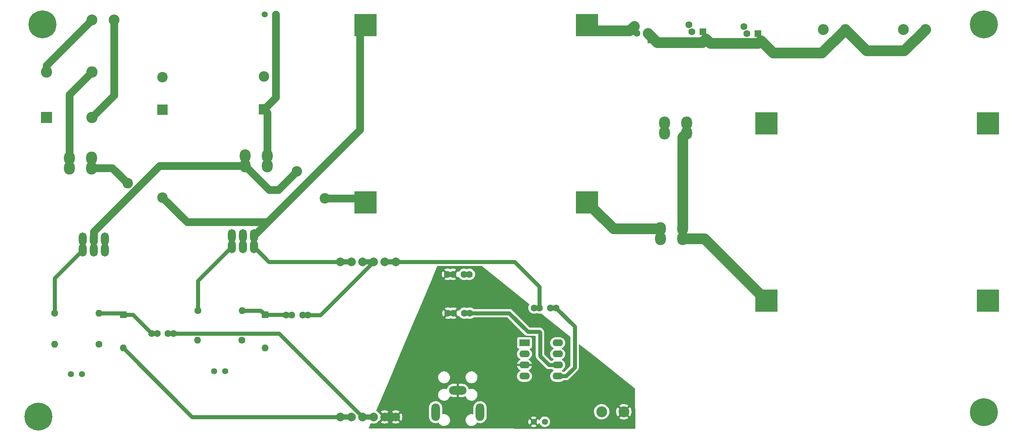
<source format=gbr>
%TF.GenerationSoftware,KiCad,Pcbnew,(6.0.11-0)*%
%TF.CreationDate,2023-02-08T21:31:18+08:00*%
%TF.ProjectId,EEEE2046_PCB_Template,45454545-3230-4343-965f-5043425f5465,rev?*%
%TF.SameCoordinates,Original*%
%TF.FileFunction,Copper,L2,Bot*%
%TF.FilePolarity,Positive*%
%FSLAX46Y46*%
G04 Gerber Fmt 4.6, Leading zero omitted, Abs format (unit mm)*
G04 Created by KiCad (PCBNEW (6.0.11-0)) date 2023-02-08 21:31:18*
%MOMM*%
%LPD*%
G01*
G04 APERTURE LIST*
%TA.AperFunction,SMDPad,CuDef*%
%ADD10R,2.540000X1.270000*%
%TD*%
%TA.AperFunction,ComponentPad*%
%ADD11C,2.000000*%
%TD*%
%TA.AperFunction,SMDPad,CuDef*%
%ADD12R,5.080000X5.080000*%
%TD*%
%TA.AperFunction,ComponentPad*%
%ADD13C,0.800000*%
%TD*%
%TA.AperFunction,ComponentPad*%
%ADD14C,6.400000*%
%TD*%
%TA.AperFunction,ComponentPad*%
%ADD15C,1.600000*%
%TD*%
%TA.AperFunction,ComponentPad*%
%ADD16O,1.600000X1.600000*%
%TD*%
%TA.AperFunction,ComponentPad*%
%ADD17C,2.500000*%
%TD*%
%TA.AperFunction,ComponentPad*%
%ADD18C,1.400000*%
%TD*%
%TA.AperFunction,ComponentPad*%
%ADD19O,2.500000X3.000000*%
%TD*%
%TA.AperFunction,ComponentPad*%
%ADD20R,2.400000X1.600000*%
%TD*%
%TA.AperFunction,ComponentPad*%
%ADD21O,2.400000X1.600000*%
%TD*%
%TA.AperFunction,ComponentPad*%
%ADD22R,1.600000X1.600000*%
%TD*%
%TA.AperFunction,ComponentPad*%
%ADD23R,2.400000X2.400000*%
%TD*%
%TA.AperFunction,ComponentPad*%
%ADD24C,2.400000*%
%TD*%
%TA.AperFunction,ComponentPad*%
%ADD25O,1.800000X3.000000*%
%TD*%
%TA.AperFunction,ComponentPad*%
%ADD26O,2.000000X4.000000*%
%TD*%
%TA.AperFunction,ComponentPad*%
%ADD27O,4.000000X2.000000*%
%TD*%
%TA.AperFunction,ComponentPad*%
%ADD28R,2.600000X2.600000*%
%TD*%
%TA.AperFunction,ComponentPad*%
%ADD29C,2.600000*%
%TD*%
%TA.AperFunction,ViaPad*%
%ADD30C,2.400000*%
%TD*%
%TA.AperFunction,Conductor*%
%ADD31C,0.900000*%
%TD*%
%TA.AperFunction,Conductor*%
%ADD32C,2.470000*%
%TD*%
%TA.AperFunction,Conductor*%
%ADD33C,1.815000*%
%TD*%
%TA.AperFunction,Conductor*%
%ADD34C,1.300000*%
%TD*%
%TA.AperFunction,Conductor*%
%ADD35C,0.630000*%
%TD*%
%TA.AperFunction,Conductor*%
%ADD36C,0.250000*%
%TD*%
G04 APERTURE END LIST*
D10*
%TO.P,U15,1,AA*%
%TO.N,Net-(U14-Pad1)*%
X120180000Y-82120000D03*
D11*
X118910000Y-82120000D03*
X121450000Y-82120000D03*
%TO.P,U15,2,AB*%
%TO.N,GNDD*%
X118910000Y-117680000D03*
X121450000Y-117680000D03*
D10*
X120180000Y-117680000D03*
D11*
%TO.P,U15,3,SA*%
%TO.N,Net-(U15-Pad3)*%
X113830000Y-82120000D03*
D10*
X115100000Y-82120000D03*
D11*
X116370000Y-82120000D03*
%TO.P,U15,4,SB*%
%TO.N,/PWM_COM_A*%
X111290000Y-82120000D03*
X108750000Y-82120000D03*
D10*
X110020000Y-82120000D03*
D11*
%TO.P,U15,5,SC*%
%TO.N,Net-(U15-Pad5)*%
X113830000Y-117680000D03*
D10*
X115100000Y-117680000D03*
D11*
X116370000Y-117680000D03*
D10*
%TO.P,U15,6,SD*%
%TO.N,/PWM_COM_B*%
X110020000Y-117680000D03*
D11*
X108750000Y-117680000D03*
X111290000Y-117680000D03*
%TD*%
D12*
%TO.P,U26,1,AA*%
%TO.N,/PWM_COM_A*%
X114570000Y-27870000D03*
D11*
X115840000Y-26600000D03*
X115840000Y-29140000D03*
X113300000Y-29140000D03*
X113300000Y-26600000D03*
%TO.P,U26,2,AB*%
%TO.N,Net-(U16-Pad2)*%
X113300000Y-69780000D03*
X113300000Y-67240000D03*
X115840000Y-67240000D03*
D12*
X114570000Y-68510000D03*
D11*
X115840000Y-69780000D03*
%TO.P,U26,3,SA*%
%TO.N,/Converter_Out(-)*%
X166640000Y-26600000D03*
X164100000Y-29140000D03*
X164100000Y-26600000D03*
X166640000Y-29140000D03*
D12*
X165370000Y-27870000D03*
D11*
%TO.P,U26,4,SB*%
%TO.N,/Transformer_Out(+)*%
X164100000Y-67240000D03*
X166640000Y-67240000D03*
D12*
X165370000Y-68510000D03*
D11*
X166640000Y-69780000D03*
X164100000Y-69780000D03*
%TD*%
D13*
%TO.P,H2,1*%
%TO.N,N/C*%
X253922102Y-27722102D03*
X258019158Y-26025046D03*
X256322102Y-30122102D03*
D14*
X256322102Y-27722102D03*
D13*
X258722102Y-27722102D03*
X254625046Y-26025046D03*
X256322102Y-25322102D03*
X254625046Y-29419158D03*
X258019158Y-29419158D03*
%TD*%
D15*
%TO.P,U28,1*%
%TO.N,/PWM_COM_B*%
X53410200Y-101034600D03*
D16*
%TO.P,U28,2*%
%TO.N,/PWM_OUT_B*%
X43250200Y-101034600D03*
%TD*%
D17*
%TO.P,U45,1,Pin_1*%
%TO.N,/Converter_Out(+)*%
X224600000Y-28850000D03*
%TO.P,U45,2,Pin_2*%
%TO.N,/Converter_Out(-)*%
X219520000Y-28850000D03*
%TD*%
%TO.P,U41,1,Pin_1*%
%TO.N,VDD*%
X168700000Y-116500000D03*
%TO.P,U41,2,Pin_2*%
%TO.N,GNDD*%
X173780000Y-116500000D03*
%TD*%
D18*
%TO.P,U3,1,1*%
%TO.N,/PWM_OUT_A*%
X79820800Y-107232200D03*
%TO.P,U3,2,2*%
%TO.N,/PWM_COM_A*%
X82360800Y-107232200D03*
%TD*%
D13*
%TO.P,H4,1*%
%TO.N,N/C*%
X256322102Y-114222102D03*
X256322102Y-119022102D03*
X254625046Y-114925046D03*
X253922102Y-116622102D03*
X258019158Y-114925046D03*
X254625046Y-118319158D03*
D14*
X256322102Y-116622102D03*
D13*
X258019158Y-118319158D03*
X258722102Y-116622102D03*
%TD*%
D19*
%TO.P,U33,1,K*%
%TO.N,Net-(U31-Pad1)*%
X188200000Y-52586000D03*
X188200000Y-50300000D03*
%TO.P,U33,2,A*%
%TO.N,/Converter_Out(-)*%
X183120000Y-50300000D03*
X183120000Y-52586000D03*
%TD*%
D12*
%TO.P,U34,*%
%TO.N,*%
X257250000Y-91020000D03*
D11*
X255980000Y-51650000D03*
D12*
X257250000Y-50380000D03*
D11*
X258520000Y-51650000D03*
X258520000Y-49110000D03*
X255980000Y-89750000D03*
X258520000Y-89750000D03*
X258520000Y-92290000D03*
X255980000Y-92290000D03*
X255980000Y-49110000D03*
D12*
%TO.P,U34,1,1*%
%TO.N,/Converter_Out(+)*%
X206450000Y-50380000D03*
D11*
X207720000Y-51650000D03*
X205180000Y-51650000D03*
X207720000Y-49110000D03*
X205180000Y-49110000D03*
%TO.P,U34,2,2*%
%TO.N,Net-(U31-Pad1)*%
X207720000Y-89750000D03*
X207720000Y-92290000D03*
X205180000Y-89750000D03*
X205180000Y-92290000D03*
D12*
X206450000Y-91020000D03*
%TD*%
D14*
%TO.P,H3,1*%
%TO.N,N/C*%
X39500000Y-117600000D03*
D13*
X41197056Y-119297056D03*
X41900000Y-117600000D03*
X37100000Y-117600000D03*
X37802944Y-115902944D03*
X39500000Y-115200000D03*
X39500000Y-120000000D03*
X37802944Y-119297056D03*
X41197056Y-115902944D03*
%TD*%
D15*
%TO.P,U24,1*%
%TO.N,/PWM_OUT_A*%
X76120000Y-93300000D03*
D16*
%TO.P,U24,2*%
%TO.N,Net-(U18-Pad1)*%
X86280000Y-93300000D03*
%TD*%
D20*
%TO.P,U5,1,NC*%
%TO.N,unconnected-(U5-Pad1)*%
X151000000Y-100700000D03*
D21*
%TO.P,U5,2,IN_A*%
%TO.N,unconnected-(U5-Pad2)*%
X151000000Y-103240000D03*
%TO.P,U5,3,GND*%
%TO.N,GNDD*%
X151000000Y-105780000D03*
%TO.P,U5,4,IN_B*%
%TO.N,/PWM_Input*%
X151000000Y-108320000D03*
%TO.P,U5,5,OUT_B*%
%TO.N,/PWM_Out*%
X158620000Y-108320000D03*
%TO.P,U5,6,VDD*%
%TO.N,VDD*%
X158620000Y-105780000D03*
%TO.P,U5,7,~{OUT_A}*%
%TO.N,unconnected-(U5-Pad7)*%
X158620000Y-103240000D03*
%TO.P,U5,8,NC*%
%TO.N,unconnected-(U5-Pad8)*%
X158620000Y-100700000D03*
%TD*%
D22*
%TO.P,U40,1*%
%TO.N,/Converter_Out(+)*%
X204520708Y-29800000D03*
X205191645Y-31400000D03*
D15*
%TO.P,U40,2*%
%TO.N,/Converter_Out(-)*%
X202020708Y-29800000D03*
X201349771Y-28200000D03*
%TD*%
D23*
%TO.P,U11,1*%
%TO.N,/Rectifier_DC(+)*%
X67945000Y-47292780D03*
D24*
%TO.P,U11,2*%
%TO.N,/PWM_COM_B*%
X67945000Y-39792780D03*
%TD*%
D15*
%TO.P,U39,1*%
%TO.N,VDD*%
X138350000Y-85000000D03*
X137100000Y-85000000D03*
%TO.P,U39,2*%
%TO.N,GNDD*%
X133350000Y-85000000D03*
X134600000Y-85000000D03*
%TD*%
D19*
%TO.P,U31,1,K*%
%TO.N,Net-(U31-Pad1)*%
X187240000Y-76835500D03*
X187240000Y-74549500D03*
%TO.P,U31,2,A*%
%TO.N,/Transformer_Out(+)*%
X182160000Y-76835500D03*
X182160000Y-74549500D03*
%TD*%
D15*
%TO.P,U25,1*%
%TO.N,/PWM_OUT_B*%
X43220000Y-93900000D03*
D16*
%TO.P,U25,2*%
%TO.N,Net-(U19-Pad1)*%
X53380000Y-93900000D03*
%TD*%
D22*
%TO.P,U21,1,K*%
%TO.N,Net-(U18-Pad1)*%
X91500000Y-94290000D03*
D16*
%TO.P,U21,2,A*%
%TO.N,/PWM_COM_A*%
X91500000Y-101910000D03*
%TD*%
D24*
%TO.P,U12,2*%
%TO.N,/PWM_COM_B*%
X91236800Y-39640380D03*
D23*
%TO.P,U12,1*%
%TO.N,/Rectifier_DC(+)*%
X91236800Y-47140380D03*
%TD*%
D22*
%TO.P,U36,1*%
%TO.N,/Converter_Out(+)*%
X192570937Y-31000000D03*
X191900000Y-29400000D03*
D15*
%TO.P,U36,2*%
%TO.N,/Converter_Out(-)*%
X188729063Y-27800000D03*
X189400000Y-29400000D03*
%TD*%
D18*
%TO.P,U7,1,1*%
%TO.N,/PWM_OUT_B*%
X46953200Y-107892600D03*
%TO.P,U7,2,2*%
%TO.N,/PWM_COM_B*%
X49493200Y-107892600D03*
%TD*%
D22*
%TO.P,U38,1*%
%TO.N,/Converter_Out(+)*%
X179970937Y-31300000D03*
X179300000Y-29700000D03*
D15*
%TO.P,U38,2*%
%TO.N,/Converter_Out(-)*%
X176129063Y-28100000D03*
X176800000Y-29700000D03*
%TD*%
%TO.P,U14,1*%
%TO.N,Net-(U14-Pad1)*%
X154450000Y-92700000D03*
X153200000Y-92700000D03*
%TO.P,U14,2*%
%TO.N,/PWM_Out*%
X158200000Y-92700000D03*
X156950000Y-92700000D03*
%TD*%
D25*
%TO.P,U16,1,G*%
%TO.N,/PWM_OUT_B*%
X49676400Y-79409400D03*
X49676400Y-76869400D03*
%TO.P,U16,2,D*%
%TO.N,Net-(U16-Pad2)*%
X52216400Y-76869400D03*
X52216400Y-79409400D03*
%TO.P,U16,3,S*%
%TO.N,/PWM_COM_B*%
X54756400Y-76869400D03*
X54756400Y-79409400D03*
%TD*%
D17*
%TO.P,U44,1,Pin_1*%
%TO.N,/Converter_Out(+)*%
X242950000Y-28850000D03*
%TO.P,U44,2,Pin_2*%
%TO.N,/Converter_Out(-)*%
X237870000Y-28850000D03*
%TD*%
%TO.P,U43,1,Pin_1*%
%TO.N,/VAC(-)*%
X56906800Y-26703400D03*
%TO.P,U43,2,Pin_2*%
%TO.N,/VAC(+)*%
X51826800Y-26703400D03*
%TD*%
D22*
%TO.P,U22,1,K*%
%TO.N,Net-(U19-Pad1)*%
X58972800Y-94252800D03*
D16*
%TO.P,U22,2,A*%
%TO.N,/PWM_COM_B*%
X58972800Y-101872800D03*
%TD*%
D15*
%TO.P,U37,1*%
%TO.N,VDD*%
X138450000Y-93900000D03*
X137200000Y-93900000D03*
%TO.P,U37,2*%
%TO.N,GNDD*%
X134700000Y-93900000D03*
X133450000Y-93900000D03*
%TD*%
D18*
%TO.P,U1,1,1*%
%TO.N,/PWM_Out*%
X155640000Y-118800000D03*
%TO.P,U1,2,2*%
%TO.N,GNDD*%
X153100000Y-118800000D03*
%TD*%
D26*
%TO.P,U42,*%
%TO.N,*%
X130600000Y-116600000D03*
D27*
%TO.P,U42,1,Pin_1*%
%TO.N,GNDD*%
X135700000Y-111600000D03*
D26*
%TO.P,U42,2,Pin_2*%
%TO.N,/PWM_Input*%
X140800000Y-116600000D03*
%TD*%
D19*
%TO.P,U23,1,K*%
%TO.N,/PWM_COM_A*%
X51700000Y-60600000D03*
X51700000Y-58314000D03*
%TO.P,U23,2,A*%
%TO.N,/PWM_COM_B*%
X46620000Y-58314000D03*
X46620000Y-60600000D03*
%TD*%
D28*
%TO.P,U6,1,+*%
%TO.N,/Rectifier_DC(+)*%
X41400000Y-49050000D03*
D29*
%TO.P,U6,2*%
%TO.N,/VAC(-)*%
X51800000Y-49050000D03*
%TO.P,U6,3,-*%
%TO.N,/PWM_COM_B*%
X51800000Y-38650000D03*
%TO.P,U6,4*%
%TO.N,/VAC(+)*%
X41400000Y-38650000D03*
%TD*%
D15*
%TO.P,U27,1*%
%TO.N,/PWM_COM_A*%
X86180000Y-100100000D03*
D16*
%TO.P,U27,2*%
%TO.N,/PWM_OUT_A*%
X76020000Y-100100000D03*
%TD*%
D19*
%TO.P,U17,1,K*%
%TO.N,/Rectifier_DC(+)*%
X92000000Y-57864000D03*
X92000000Y-60150000D03*
%TO.P,U17,2,A*%
%TO.N,Net-(U16-Pad2)*%
X86920000Y-57864000D03*
X86920000Y-60150000D03*
%TD*%
D25*
%TO.P,U20,1,G*%
%TO.N,/PWM_OUT_A*%
X83870000Y-76150000D03*
X83870000Y-78690000D03*
%TO.P,U20,2,D*%
%TO.N,/Rectifier_DC(+)*%
X86410000Y-78690000D03*
X86410000Y-76150000D03*
%TO.P,U20,3,S*%
%TO.N,/PWM_COM_A*%
X88950000Y-76150000D03*
X88950000Y-78690000D03*
%TD*%
D18*
%TO.P,U9,1,1*%
%TO.N,/Rectifier_DC(+)*%
X93950000Y-25400000D03*
%TO.P,U9,2,2*%
%TO.N,/PWM_COM_B*%
X91410000Y-25400000D03*
%TD*%
D15*
%TO.P,U18,1*%
%TO.N,Net-(U18-Pad1)*%
X96350800Y-94329000D03*
X97600800Y-94329000D03*
%TO.P,U18,2*%
%TO.N,Net-(U15-Pad3)*%
X100100800Y-94329000D03*
X101350800Y-94329000D03*
%TD*%
%TO.P,U19,1*%
%TO.N,Net-(U19-Pad1)*%
X66750000Y-98600000D03*
X65500000Y-98600000D03*
%TO.P,U19,2*%
%TO.N,Net-(U15-Pad5)*%
X69250000Y-98600000D03*
X70500000Y-98600000D03*
%TD*%
D13*
%TO.P,H1,1*%
%TO.N,N/C*%
X40422102Y-30122102D03*
X42822102Y-27722102D03*
X38022102Y-27722102D03*
X38725046Y-29419158D03*
X38725046Y-26025046D03*
X42119158Y-26025046D03*
X40422102Y-25322102D03*
X42119158Y-29419158D03*
D14*
X40422102Y-27722102D03*
%TD*%
D30*
%TO.N,/PWM_COM_A*%
X68000000Y-67400000D03*
X60000000Y-64150000D03*
%TO.N,Net-(U16-Pad2)*%
X98800000Y-61400000D03*
X105200000Y-67550000D03*
%TD*%
D31*
%TO.N,Net-(U15-Pad3)*%
X101350800Y-94329000D02*
X104161000Y-94329000D01*
X104161000Y-94329000D02*
X116370000Y-82120000D01*
D32*
%TO.N,Net-(U31-Pad1)*%
X187240000Y-74549500D02*
X187240000Y-53546000D01*
X187240000Y-53546000D02*
X188200000Y-52586000D01*
%TO.N,/Transformer_Out(+)*%
X171409500Y-74549500D02*
X166640000Y-69780000D01*
X182160000Y-74549500D02*
X171409500Y-74549500D01*
D33*
%TO.N,/Rectifier_DC(+)*%
X92000000Y-57864000D02*
X92000000Y-47903580D01*
X92000000Y-47903580D02*
X91236800Y-47140380D01*
D31*
%TO.N,VDD*%
X158620000Y-105780000D02*
X156630000Y-105780000D01*
D33*
%TO.N,/PWM_COM_A*%
X88950000Y-76150000D02*
X92075000Y-73025000D01*
%TO.N,Net-(U16-Pad2)*%
X98800000Y-61400000D02*
X94550000Y-65650000D01*
X94550000Y-65650000D02*
X92420000Y-65650000D01*
X92420000Y-65650000D02*
X86920000Y-60150000D01*
%TO.N,/PWM_COM_A*%
X68000000Y-67400000D02*
X73625000Y-73025000D01*
X73625000Y-73025000D02*
X92075000Y-73025000D01*
X92075000Y-73025000D02*
X113300000Y-51800000D01*
X113300000Y-51800000D02*
X113300000Y-29140000D01*
%TO.N,Net-(U16-Pad2)*%
X52216400Y-76869400D02*
X52216400Y-75196898D01*
X67263298Y-60150000D02*
X86920000Y-60150000D01*
X52216400Y-75196898D02*
X67263298Y-60150000D01*
%TO.N,/Rectifier_DC(+)*%
X91236800Y-47140380D02*
X93950000Y-44427180D01*
X93950000Y-44427180D02*
X93950000Y-25400000D01*
%TO.N,/VAC(-)*%
X56906800Y-26703400D02*
X56906800Y-43943200D01*
X56906800Y-43943200D02*
X51800000Y-49050000D01*
%TO.N,/VAC(+)*%
X41400000Y-38650000D02*
X41400000Y-37130200D01*
X41400000Y-37130200D02*
X51826800Y-26703400D01*
D31*
%TO.N,/PWM_COM_B*%
X74780000Y-117680000D02*
X108750000Y-117680000D01*
X58972800Y-101872800D02*
X74780000Y-117680000D01*
%TO.N,/PWM_Out*%
X162500000Y-97000000D02*
X162500000Y-106350000D01*
X158200000Y-92700000D02*
X162500000Y-97000000D01*
X160530000Y-108320000D02*
X158620000Y-108320000D01*
X162500000Y-106350000D02*
X160530000Y-108320000D01*
%TO.N,VDD*%
X138450000Y-93900000D02*
X147500000Y-93900000D01*
X154550000Y-98300000D02*
X154550000Y-103700000D01*
X154550000Y-103700000D02*
X156630000Y-105780000D01*
X154400000Y-98150000D02*
X154550000Y-98300000D01*
X147500000Y-93900000D02*
X151750000Y-98150000D01*
X151750000Y-98150000D02*
X154400000Y-98150000D01*
%TO.N,Net-(U14-Pad1)*%
X121450000Y-82120000D02*
X148770000Y-82120000D01*
X148770000Y-82120000D02*
X154450000Y-87800000D01*
X154450000Y-87800000D02*
X154450000Y-92700000D01*
D32*
%TO.N,/Converter_Out(+)*%
X224600000Y-28850000D02*
X229450000Y-33700000D01*
X229450000Y-33700000D02*
X238100000Y-33700000D01*
X238100000Y-33700000D02*
X242950000Y-28850000D01*
X205191645Y-31400000D02*
X208041645Y-34250000D01*
X208041645Y-34250000D02*
X219200000Y-34250000D01*
X219200000Y-34250000D02*
X224600000Y-28850000D01*
%TO.N,Net-(U31-Pad1)*%
X187240000Y-76835500D02*
X192265500Y-76835500D01*
X192265500Y-76835500D02*
X205180000Y-89750000D01*
%TO.N,/Converter_Out(+)*%
X192570937Y-31000000D02*
X193605937Y-32035000D01*
X204556645Y-32035000D02*
X205191645Y-31400000D01*
X193605937Y-32035000D02*
X204556645Y-32035000D01*
X179300000Y-29700000D02*
X181450000Y-31850000D01*
X181450000Y-31850000D02*
X191720937Y-31850000D01*
X191720937Y-31850000D02*
X192570937Y-31000000D01*
%TO.N,/Converter_Out(-)*%
X166640000Y-29140000D02*
X175089063Y-29140000D01*
X175089063Y-29140000D02*
X176129063Y-28100000D01*
D34*
%TO.N,/PWM_COM_A*%
X88950000Y-75615126D02*
X88950000Y-78690000D01*
X88950000Y-75615126D02*
X88950000Y-76150000D01*
D31*
%TO.N,/PWM_OUT_A*%
X76120000Y-93300000D02*
X76120000Y-86440000D01*
X76120000Y-86440000D02*
X83870000Y-78690000D01*
%TO.N,/PWM_COM_A*%
X108750000Y-82120000D02*
X92380000Y-82120000D01*
D33*
X56450000Y-60600000D02*
X60000000Y-64150000D01*
D31*
X92380000Y-82120000D02*
X88950000Y-78690000D01*
D33*
X51700000Y-60600000D02*
X56450000Y-60600000D01*
%TO.N,/PWM_COM_B*%
X46620000Y-58314000D02*
X46620000Y-43830000D01*
X46620000Y-43830000D02*
X51800000Y-38650000D01*
D31*
%TO.N,/PWM_OUT_B*%
X43220000Y-93900000D02*
X43220000Y-85865800D01*
X43220000Y-85865800D02*
X49676400Y-79409400D01*
%TO.N,Net-(U15-Pad5)*%
X94750000Y-98600000D02*
X113830000Y-117680000D01*
X70500000Y-98600000D02*
X94750000Y-98600000D01*
D33*
%TO.N,Net-(U16-Pad2)*%
X52216400Y-76869400D02*
X52216400Y-76269400D01*
X105200000Y-67550000D02*
X112990000Y-67550000D01*
D34*
X112990000Y-67550000D02*
X113300000Y-67240000D01*
D35*
%TO.N,Net-(U18-Pad1)*%
X96311800Y-94290000D02*
X96350800Y-94329000D01*
D31*
X91500000Y-94290000D02*
X96311800Y-94290000D01*
X90510000Y-93300000D02*
X91500000Y-94290000D01*
X86280000Y-93300000D02*
X90510000Y-93300000D01*
%TO.N,Net-(U19-Pad1)*%
X58620000Y-93900000D02*
X58972800Y-94252800D01*
X61152800Y-94252800D02*
X65500000Y-98600000D01*
X58972800Y-94252800D02*
X61152800Y-94252800D01*
X53380000Y-93900000D02*
X58620000Y-93900000D01*
D36*
%TO.N,/Converter_Out(+)*%
X205030000Y-31561645D02*
X205191645Y-31400000D01*
%TD*%
%TA.AperFunction,Conductor*%
%TO.N,GNDD*%
G36*
X141158201Y-83098502D02*
G01*
X141168698Y-83106037D01*
X152076920Y-91816777D01*
X152117670Y-91874914D01*
X152120519Y-91945854D01*
X152101509Y-91987506D01*
X152065637Y-92038737D01*
X152065633Y-92038743D01*
X152062477Y-92043251D01*
X152060154Y-92048233D01*
X152060151Y-92048238D01*
X151968039Y-92245775D01*
X151965716Y-92250757D01*
X151906457Y-92471913D01*
X151886502Y-92700000D01*
X151906457Y-92928087D01*
X151907881Y-92933400D01*
X151907881Y-92933402D01*
X151961897Y-93134989D01*
X151965716Y-93149243D01*
X151968039Y-93154224D01*
X151968039Y-93154225D01*
X152060151Y-93351762D01*
X152060154Y-93351767D01*
X152062477Y-93356749D01*
X152193802Y-93544300D01*
X152355700Y-93706198D01*
X152360208Y-93709355D01*
X152360211Y-93709357D01*
X152438389Y-93764098D01*
X152543251Y-93837523D01*
X152548233Y-93839846D01*
X152548238Y-93839849D01*
X152734671Y-93926783D01*
X152750757Y-93934284D01*
X152756065Y-93935706D01*
X152756067Y-93935707D01*
X152966598Y-93992119D01*
X152966600Y-93992119D01*
X152971913Y-93993543D01*
X153200000Y-94013498D01*
X153428087Y-93993543D01*
X153433400Y-93992119D01*
X153433402Y-93992119D01*
X153612863Y-93944032D01*
X153649243Y-93934284D01*
X153771752Y-93877158D01*
X153841942Y-93866497D01*
X153878246Y-93877157D01*
X154000757Y-93934284D01*
X154037137Y-93944032D01*
X154216598Y-93992119D01*
X154216600Y-93992119D01*
X154221913Y-93993543D01*
X154450000Y-94013498D01*
X154678087Y-93993543D01*
X154683398Y-93992120D01*
X154683409Y-93992118D01*
X154709994Y-93984994D01*
X154780970Y-93986683D01*
X154821230Y-94008241D01*
X161494124Y-99336868D01*
X161534874Y-99395005D01*
X161541500Y-99435327D01*
X161541500Y-105900786D01*
X161521498Y-105968907D01*
X161504595Y-105989881D01*
X160169881Y-107324595D01*
X160107569Y-107358621D01*
X160080786Y-107361500D01*
X159964188Y-107361500D01*
X159896067Y-107341498D01*
X159875093Y-107324595D01*
X159864300Y-107313802D01*
X159859792Y-107310645D01*
X159859789Y-107310643D01*
X159762669Y-107242639D01*
X159676749Y-107182477D01*
X159671767Y-107180154D01*
X159671762Y-107180151D01*
X159637543Y-107164195D01*
X159584258Y-107117278D01*
X159564797Y-107049001D01*
X159585339Y-106981041D01*
X159637543Y-106935805D01*
X159671762Y-106919849D01*
X159671767Y-106919846D01*
X159676749Y-106917523D01*
X159815990Y-106820025D01*
X159859789Y-106789357D01*
X159859792Y-106789355D01*
X159864300Y-106786198D01*
X160026198Y-106624300D01*
X160031065Y-106617350D01*
X160123500Y-106485339D01*
X160157523Y-106436749D01*
X160159846Y-106431767D01*
X160159849Y-106431762D01*
X160251961Y-106234225D01*
X160251961Y-106234224D01*
X160254284Y-106229243D01*
X160313543Y-106008087D01*
X160333498Y-105780000D01*
X160313543Y-105551913D01*
X160254284Y-105330757D01*
X160159966Y-105128489D01*
X160159849Y-105128238D01*
X160159846Y-105128233D01*
X160157523Y-105123251D01*
X160026198Y-104935700D01*
X159864300Y-104773802D01*
X159859792Y-104770645D01*
X159859789Y-104770643D01*
X159781611Y-104715902D01*
X159676749Y-104642477D01*
X159671767Y-104640154D01*
X159671762Y-104640151D01*
X159637543Y-104624195D01*
X159584258Y-104577278D01*
X159564797Y-104509001D01*
X159585339Y-104441041D01*
X159637543Y-104395805D01*
X159671762Y-104379849D01*
X159671767Y-104379846D01*
X159676749Y-104377523D01*
X159810989Y-104283527D01*
X159859789Y-104249357D01*
X159859792Y-104249355D01*
X159864300Y-104246198D01*
X160026198Y-104084300D01*
X160029531Y-104079541D01*
X160107446Y-103968266D01*
X160157523Y-103896749D01*
X160159846Y-103891767D01*
X160159849Y-103891762D01*
X160251961Y-103694225D01*
X160251961Y-103694224D01*
X160254284Y-103689243D01*
X160313543Y-103468087D01*
X160333498Y-103240000D01*
X160313543Y-103011913D01*
X160254284Y-102790757D01*
X160251961Y-102785775D01*
X160159849Y-102588238D01*
X160159846Y-102588233D01*
X160157523Y-102583251D01*
X160026198Y-102395700D01*
X159864300Y-102233802D01*
X159859792Y-102230645D01*
X159859789Y-102230643D01*
X159781611Y-102175902D01*
X159676749Y-102102477D01*
X159671767Y-102100154D01*
X159671762Y-102100151D01*
X159637543Y-102084195D01*
X159584258Y-102037278D01*
X159564797Y-101969001D01*
X159585339Y-101901041D01*
X159637543Y-101855805D01*
X159671762Y-101839849D01*
X159671767Y-101839846D01*
X159676749Y-101837523D01*
X159818458Y-101738297D01*
X159859789Y-101709357D01*
X159859792Y-101709355D01*
X159864300Y-101706198D01*
X160026198Y-101544300D01*
X160157523Y-101356749D01*
X160159846Y-101351767D01*
X160159849Y-101351762D01*
X160251961Y-101154225D01*
X160251961Y-101154224D01*
X160254284Y-101149243D01*
X160313543Y-100928087D01*
X160333498Y-100700000D01*
X160313543Y-100471913D01*
X160254284Y-100250757D01*
X160251961Y-100245775D01*
X160159849Y-100048238D01*
X160159846Y-100048233D01*
X160157523Y-100043251D01*
X160026198Y-99855700D01*
X159864300Y-99693802D01*
X159859792Y-99690645D01*
X159859789Y-99690643D01*
X159781611Y-99635902D01*
X159676749Y-99562477D01*
X159671767Y-99560154D01*
X159671762Y-99560151D01*
X159474225Y-99468039D01*
X159474224Y-99468039D01*
X159469243Y-99465716D01*
X159463935Y-99464294D01*
X159463933Y-99464293D01*
X159253402Y-99407881D01*
X159253400Y-99407881D01*
X159248087Y-99406457D01*
X159148520Y-99397746D01*
X159079851Y-99391738D01*
X159079844Y-99391738D01*
X159077127Y-99391500D01*
X158162873Y-99391500D01*
X158160156Y-99391738D01*
X158160149Y-99391738D01*
X158091480Y-99397746D01*
X157991913Y-99406457D01*
X157986600Y-99407881D01*
X157986598Y-99407881D01*
X157776067Y-99464293D01*
X157776065Y-99464294D01*
X157770757Y-99465716D01*
X157765776Y-99468039D01*
X157765775Y-99468039D01*
X157568238Y-99560151D01*
X157568233Y-99560154D01*
X157563251Y-99562477D01*
X157458389Y-99635902D01*
X157380211Y-99690643D01*
X157380208Y-99690645D01*
X157375700Y-99693802D01*
X157213802Y-99855700D01*
X157082477Y-100043251D01*
X157080154Y-100048233D01*
X157080151Y-100048238D01*
X156988039Y-100245775D01*
X156985716Y-100250757D01*
X156926457Y-100471913D01*
X156906502Y-100700000D01*
X156926457Y-100928087D01*
X156985716Y-101149243D01*
X156988039Y-101154224D01*
X156988039Y-101154225D01*
X157080151Y-101351762D01*
X157080154Y-101351767D01*
X157082477Y-101356749D01*
X157213802Y-101544300D01*
X157375700Y-101706198D01*
X157380208Y-101709355D01*
X157380211Y-101709357D01*
X157421542Y-101738297D01*
X157563251Y-101837523D01*
X157568233Y-101839846D01*
X157568238Y-101839849D01*
X157602457Y-101855805D01*
X157655742Y-101902722D01*
X157675203Y-101970999D01*
X157654661Y-102038959D01*
X157602457Y-102084195D01*
X157568238Y-102100151D01*
X157568233Y-102100154D01*
X157563251Y-102102477D01*
X157458389Y-102175902D01*
X157380211Y-102230643D01*
X157380208Y-102230645D01*
X157375700Y-102233802D01*
X157213802Y-102395700D01*
X157082477Y-102583251D01*
X157080154Y-102588233D01*
X157080151Y-102588238D01*
X156988039Y-102785775D01*
X156985716Y-102790757D01*
X156926457Y-103011913D01*
X156906502Y-103240000D01*
X156926457Y-103468087D01*
X156985716Y-103689243D01*
X156988039Y-103694224D01*
X156988039Y-103694225D01*
X157080151Y-103891762D01*
X157080154Y-103891767D01*
X157082477Y-103896749D01*
X157132554Y-103968266D01*
X157210470Y-104079541D01*
X157213802Y-104084300D01*
X157375700Y-104246198D01*
X157380208Y-104249355D01*
X157380211Y-104249357D01*
X157429011Y-104283527D01*
X157563251Y-104377523D01*
X157568233Y-104379846D01*
X157568238Y-104379849D01*
X157602457Y-104395805D01*
X157655742Y-104442722D01*
X157675203Y-104510999D01*
X157654661Y-104578959D01*
X157602457Y-104624195D01*
X157568238Y-104640151D01*
X157568233Y-104640154D01*
X157563251Y-104642477D01*
X157458389Y-104715902D01*
X157380211Y-104770643D01*
X157380208Y-104770645D01*
X157375700Y-104773802D01*
X157364907Y-104784595D01*
X157302595Y-104818621D01*
X157275812Y-104821500D01*
X157079213Y-104821500D01*
X157011092Y-104801498D01*
X156990118Y-104784595D01*
X155545405Y-103339881D01*
X155511379Y-103277569D01*
X155508500Y-103250786D01*
X155508500Y-98315549D01*
X155508549Y-98312031D01*
X155510678Y-98235821D01*
X155510678Y-98235818D01*
X155510856Y-98229439D01*
X155500854Y-98172713D01*
X155499585Y-98163568D01*
X155498387Y-98151780D01*
X155493765Y-98106273D01*
X155485620Y-98080283D01*
X155481770Y-98064488D01*
X155478151Y-98043960D01*
X155478150Y-98043956D01*
X155477042Y-98037673D01*
X155455841Y-97984125D01*
X155452764Y-97975438D01*
X155435535Y-97920459D01*
X155422330Y-97896636D01*
X155415380Y-97881934D01*
X155407711Y-97862563D01*
X155407709Y-97862558D01*
X155405359Y-97856624D01*
X155373824Y-97808434D01*
X155369056Y-97800530D01*
X155344223Y-97755730D01*
X155341130Y-97750150D01*
X155336730Y-97745017D01*
X155323409Y-97729474D01*
X155313648Y-97716473D01*
X155301388Y-97697739D01*
X155298736Y-97693686D01*
X155294453Y-97688929D01*
X155257318Y-97651794D01*
X155250745Y-97644696D01*
X155214409Y-97602302D01*
X155191321Y-97584393D01*
X155179453Y-97573929D01*
X155088776Y-97483252D01*
X155086322Y-97480730D01*
X155033916Y-97425312D01*
X155029534Y-97420678D01*
X154982328Y-97387624D01*
X154975002Y-97382084D01*
X154930357Y-97345672D01*
X154906230Y-97333059D01*
X154892332Y-97324609D01*
X154875253Y-97312650D01*
X154870025Y-97308989D01*
X154847754Y-97299351D01*
X154817172Y-97286117D01*
X154808838Y-97282142D01*
X154763444Y-97258411D01*
X154757792Y-97255456D01*
X154731606Y-97247948D01*
X154716312Y-97242472D01*
X154691316Y-97231655D01*
X154685071Y-97230350D01*
X154685070Y-97230350D01*
X154634935Y-97219876D01*
X154625985Y-97217661D01*
X154570611Y-97201784D01*
X154543456Y-97199695D01*
X154527367Y-97197405D01*
X154500707Y-97191835D01*
X154494315Y-97191500D01*
X154441803Y-97191500D01*
X154432136Y-97191129D01*
X154382821Y-97187334D01*
X154382817Y-97187334D01*
X154376461Y-97186845D01*
X154347481Y-97190506D01*
X154331689Y-97191500D01*
X152199214Y-97191500D01*
X152131093Y-97171498D01*
X152110119Y-97154595D01*
X148188776Y-93233252D01*
X148186322Y-93230730D01*
X148144923Y-93186952D01*
X148129534Y-93170678D01*
X148082328Y-93137624D01*
X148075002Y-93132084D01*
X148030357Y-93095672D01*
X148006230Y-93083059D01*
X147992332Y-93074609D01*
X147975253Y-93062650D01*
X147970025Y-93058989D01*
X147947754Y-93049351D01*
X147917172Y-93036117D01*
X147908838Y-93032142D01*
X147863444Y-93008411D01*
X147857792Y-93005456D01*
X147831606Y-92997948D01*
X147816312Y-92992472D01*
X147791316Y-92981655D01*
X147785071Y-92980350D01*
X147785070Y-92980350D01*
X147734935Y-92969876D01*
X147725985Y-92967661D01*
X147670611Y-92951784D01*
X147643456Y-92949695D01*
X147627367Y-92947405D01*
X147600707Y-92941835D01*
X147594315Y-92941500D01*
X147541803Y-92941500D01*
X147532136Y-92941129D01*
X147482821Y-92937334D01*
X147482817Y-92937334D01*
X147476461Y-92936845D01*
X147447481Y-92940506D01*
X147431689Y-92941500D01*
X139394188Y-92941500D01*
X139326067Y-92921498D01*
X139305093Y-92904595D01*
X139294300Y-92893802D01*
X139289792Y-92890645D01*
X139289789Y-92890643D01*
X139163920Y-92802509D01*
X139106749Y-92762477D01*
X139101767Y-92760154D01*
X139101762Y-92760151D01*
X138904225Y-92668039D01*
X138904224Y-92668039D01*
X138899243Y-92665716D01*
X138893935Y-92664294D01*
X138893933Y-92664293D01*
X138683402Y-92607881D01*
X138683400Y-92607881D01*
X138678087Y-92606457D01*
X138450000Y-92586502D01*
X138221913Y-92606457D01*
X138216600Y-92607881D01*
X138216598Y-92607881D01*
X138111335Y-92636087D01*
X138000757Y-92665716D01*
X137878248Y-92722842D01*
X137808058Y-92733503D01*
X137771754Y-92722843D01*
X137649243Y-92665716D01*
X137538665Y-92636087D01*
X137433402Y-92607881D01*
X137433400Y-92607881D01*
X137428087Y-92606457D01*
X137200000Y-92586502D01*
X136971913Y-92606457D01*
X136966600Y-92607881D01*
X136966598Y-92607881D01*
X136756067Y-92664293D01*
X136756065Y-92664294D01*
X136750757Y-92665716D01*
X136745776Y-92668039D01*
X136745775Y-92668039D01*
X136548238Y-92760151D01*
X136548233Y-92760154D01*
X136543251Y-92762477D01*
X136486080Y-92802509D01*
X136360211Y-92890643D01*
X136360208Y-92890645D01*
X136355700Y-92893802D01*
X136193802Y-93055700D01*
X136190645Y-93060208D01*
X136190643Y-93060211D01*
X136177289Y-93079283D01*
X136062477Y-93243251D01*
X136060153Y-93248235D01*
X136058829Y-93250528D01*
X136007447Y-93299521D01*
X135937733Y-93312957D01*
X135871822Y-93286571D01*
X135840591Y-93250528D01*
X135833934Y-93238998D01*
X135797491Y-93186952D01*
X135787012Y-93178576D01*
X135773566Y-93185644D01*
X135072022Y-93887188D01*
X135064408Y-93901132D01*
X135064539Y-93902965D01*
X135068790Y-93909580D01*
X135774287Y-94615077D01*
X135786062Y-94621507D01*
X135798077Y-94612211D01*
X135833934Y-94561002D01*
X135840591Y-94549472D01*
X135891973Y-94500479D01*
X135961687Y-94487042D01*
X136027598Y-94513429D01*
X136058829Y-94549472D01*
X136060153Y-94551765D01*
X136062477Y-94556749D01*
X136193802Y-94744300D01*
X136355700Y-94906198D01*
X136360208Y-94909355D01*
X136360211Y-94909357D01*
X136438389Y-94964098D01*
X136543251Y-95037523D01*
X136548233Y-95039846D01*
X136548238Y-95039849D01*
X136744765Y-95131490D01*
X136750757Y-95134284D01*
X136756065Y-95135706D01*
X136756067Y-95135707D01*
X136966598Y-95192119D01*
X136966600Y-95192119D01*
X136971913Y-95193543D01*
X137200000Y-95213498D01*
X137428087Y-95193543D01*
X137433400Y-95192119D01*
X137433402Y-95192119D01*
X137559704Y-95158276D01*
X137649243Y-95134284D01*
X137771752Y-95077158D01*
X137841942Y-95066497D01*
X137878246Y-95077157D01*
X138000757Y-95134284D01*
X138090296Y-95158276D01*
X138216598Y-95192119D01*
X138216600Y-95192119D01*
X138221913Y-95193543D01*
X138450000Y-95213498D01*
X138678087Y-95193543D01*
X138683400Y-95192119D01*
X138683402Y-95192119D01*
X138893933Y-95135707D01*
X138893935Y-95135706D01*
X138899243Y-95134284D01*
X138905235Y-95131490D01*
X139101762Y-95039849D01*
X139101767Y-95039846D01*
X139106749Y-95037523D01*
X139211611Y-94964098D01*
X139289789Y-94909357D01*
X139289792Y-94909355D01*
X139294300Y-94906198D01*
X139305093Y-94895405D01*
X139367405Y-94861379D01*
X139394188Y-94858500D01*
X147050786Y-94858500D01*
X147118907Y-94878502D01*
X147139881Y-94895405D01*
X151061224Y-98816748D01*
X151063678Y-98819270D01*
X151120466Y-98879322D01*
X151125691Y-98882981D01*
X151125695Y-98882984D01*
X151167645Y-98912357D01*
X151175009Y-98917926D01*
X151219643Y-98954329D01*
X151243784Y-98966950D01*
X151257666Y-98975390D01*
X151279975Y-98991011D01*
X151285832Y-98993546D01*
X151285833Y-98993546D01*
X151332825Y-99013881D01*
X151341159Y-99017856D01*
X151392208Y-99044544D01*
X151418394Y-99052052D01*
X151433688Y-99057528D01*
X151458684Y-99068345D01*
X151464937Y-99069651D01*
X151464936Y-99069651D01*
X151515063Y-99080123D01*
X151524017Y-99082338D01*
X151579390Y-99098216D01*
X151606545Y-99100306D01*
X151622635Y-99102596D01*
X151649293Y-99108165D01*
X151655685Y-99108500D01*
X151708197Y-99108500D01*
X151717864Y-99108871D01*
X151767179Y-99112666D01*
X151767183Y-99112666D01*
X151773539Y-99113155D01*
X151802520Y-99109494D01*
X151818311Y-99108500D01*
X153465500Y-99108500D01*
X153533621Y-99128502D01*
X153580114Y-99182158D01*
X153591500Y-99234500D01*
X153591500Y-103684451D01*
X153591451Y-103687969D01*
X153589144Y-103770561D01*
X153590253Y-103776850D01*
X153599146Y-103827287D01*
X153600415Y-103836432D01*
X153606235Y-103893727D01*
X153614380Y-103919717D01*
X153618230Y-103935512D01*
X153622958Y-103962327D01*
X153625308Y-103968262D01*
X153625309Y-103968266D01*
X153644159Y-104015875D01*
X153647236Y-104024562D01*
X153664465Y-104079541D01*
X153677670Y-104103363D01*
X153684620Y-104118066D01*
X153692289Y-104137437D01*
X153692291Y-104137442D01*
X153694641Y-104143376D01*
X153698140Y-104148723D01*
X153726174Y-104191563D01*
X153730942Y-104199467D01*
X153758870Y-104249850D01*
X153763021Y-104254693D01*
X153776591Y-104270526D01*
X153786352Y-104283527D01*
X153796606Y-104299195D01*
X153801264Y-104306314D01*
X153805547Y-104311071D01*
X153842682Y-104348206D01*
X153849255Y-104355304D01*
X153885591Y-104397698D01*
X153890628Y-104401605D01*
X153890630Y-104401607D01*
X153908679Y-104415607D01*
X153920547Y-104426071D01*
X155941224Y-106446748D01*
X155943678Y-106449270D01*
X156000466Y-106509322D01*
X156047672Y-106542376D01*
X156054998Y-106547916D01*
X156099643Y-106584328D01*
X156105300Y-106587285D01*
X156105301Y-106587286D01*
X156123770Y-106596941D01*
X156137668Y-106605391D01*
X156159975Y-106621011D01*
X156175837Y-106627875D01*
X156212828Y-106643883D01*
X156221162Y-106647858D01*
X156272208Y-106674544D01*
X156298394Y-106682052D01*
X156313688Y-106687528D01*
X156338684Y-106698345D01*
X156344929Y-106699650D01*
X156344930Y-106699650D01*
X156395065Y-106710124D01*
X156404015Y-106712339D01*
X156459389Y-106728216D01*
X156486544Y-106730305D01*
X156502633Y-106732595D01*
X156529293Y-106738165D01*
X156535685Y-106738500D01*
X156588197Y-106738500D01*
X156597864Y-106738871D01*
X156647179Y-106742666D01*
X156647183Y-106742666D01*
X156653539Y-106743155D01*
X156682520Y-106739494D01*
X156698311Y-106738500D01*
X157275812Y-106738500D01*
X157343933Y-106758502D01*
X157364907Y-106775405D01*
X157375700Y-106786198D01*
X157380208Y-106789355D01*
X157380211Y-106789357D01*
X157424010Y-106820025D01*
X157563251Y-106917523D01*
X157568233Y-106919846D01*
X157568238Y-106919849D01*
X157602457Y-106935805D01*
X157655742Y-106982722D01*
X157675203Y-107050999D01*
X157654661Y-107118959D01*
X157602457Y-107164195D01*
X157568238Y-107180151D01*
X157568233Y-107180154D01*
X157563251Y-107182477D01*
X157477331Y-107242639D01*
X157380211Y-107310643D01*
X157380208Y-107310645D01*
X157375700Y-107313802D01*
X157213802Y-107475700D01*
X157082477Y-107663251D01*
X157080154Y-107668233D01*
X157080151Y-107668238D01*
X156988039Y-107865775D01*
X156985716Y-107870757D01*
X156984294Y-107876065D01*
X156984293Y-107876067D01*
X156952752Y-107993779D01*
X156926457Y-108091913D01*
X156906502Y-108320000D01*
X156926457Y-108548087D01*
X156927881Y-108553400D01*
X156927881Y-108553402D01*
X156957577Y-108664226D01*
X156985716Y-108769243D01*
X156988039Y-108774224D01*
X156988039Y-108774225D01*
X157080151Y-108971762D01*
X157080154Y-108971767D01*
X157082477Y-108976749D01*
X157117886Y-109027318D01*
X157197694Y-109141295D01*
X157213802Y-109164300D01*
X157375700Y-109326198D01*
X157380208Y-109329355D01*
X157380211Y-109329357D01*
X157458389Y-109384098D01*
X157563251Y-109457523D01*
X157568233Y-109459846D01*
X157568238Y-109459849D01*
X157669576Y-109507103D01*
X157770757Y-109554284D01*
X157776065Y-109555706D01*
X157776067Y-109555707D01*
X157986598Y-109612119D01*
X157986600Y-109612119D01*
X157991913Y-109613543D01*
X158091480Y-109622254D01*
X158160149Y-109628262D01*
X158160156Y-109628262D01*
X158162873Y-109628500D01*
X159077127Y-109628500D01*
X159079844Y-109628262D01*
X159079851Y-109628262D01*
X159148520Y-109622254D01*
X159248087Y-109613543D01*
X159253400Y-109612119D01*
X159253402Y-109612119D01*
X159463933Y-109555707D01*
X159463935Y-109555706D01*
X159469243Y-109554284D01*
X159570424Y-109507103D01*
X159671762Y-109459849D01*
X159671767Y-109459846D01*
X159676749Y-109457523D01*
X159781611Y-109384098D01*
X159859789Y-109329357D01*
X159859792Y-109329355D01*
X159864300Y-109326198D01*
X159875093Y-109315405D01*
X159937405Y-109281379D01*
X159964188Y-109278500D01*
X160514451Y-109278500D01*
X160517969Y-109278549D01*
X160594179Y-109280678D01*
X160594182Y-109280678D01*
X160600561Y-109280856D01*
X160614200Y-109278451D01*
X160657287Y-109270854D01*
X160666432Y-109269585D01*
X160678220Y-109268387D01*
X160723727Y-109263765D01*
X160749717Y-109255620D01*
X160765512Y-109251770D01*
X160786040Y-109248151D01*
X160786044Y-109248150D01*
X160792327Y-109247042D01*
X160798262Y-109244692D01*
X160798266Y-109244691D01*
X160845875Y-109225841D01*
X160854562Y-109222764D01*
X160909541Y-109205535D01*
X160933364Y-109192330D01*
X160948066Y-109185380D01*
X160967437Y-109177711D01*
X160967442Y-109177709D01*
X160973376Y-109175359D01*
X161021566Y-109143824D01*
X161029470Y-109139056D01*
X161074270Y-109114223D01*
X161079850Y-109111130D01*
X161084983Y-109106730D01*
X161100526Y-109093409D01*
X161113527Y-109083648D01*
X161132261Y-109071388D01*
X161136314Y-109068736D01*
X161141071Y-109064453D01*
X161178206Y-109027318D01*
X161185304Y-109020745D01*
X161219085Y-108991791D01*
X161227698Y-108984409D01*
X161245607Y-108961321D01*
X161256071Y-108949453D01*
X163166748Y-107038776D01*
X163169270Y-107036322D01*
X163224688Y-106983916D01*
X163229322Y-106979534D01*
X163232981Y-106974309D01*
X163232984Y-106974305D01*
X163262357Y-106932355D01*
X163267929Y-106924987D01*
X163272475Y-106919414D01*
X163304329Y-106880357D01*
X163316950Y-106856216D01*
X163325390Y-106842334D01*
X163341011Y-106820025D01*
X163357502Y-106781916D01*
X163363881Y-106767175D01*
X163367856Y-106758841D01*
X163381576Y-106732597D01*
X163394544Y-106707792D01*
X163402052Y-106681606D01*
X163407528Y-106666312D01*
X163418345Y-106641316D01*
X163430124Y-106584935D01*
X163432341Y-106575975D01*
X163440381Y-106547935D01*
X163448216Y-106520611D01*
X163450305Y-106493456D01*
X163452595Y-106477367D01*
X163458165Y-106450707D01*
X163458500Y-106444315D01*
X163458500Y-106391803D01*
X163458871Y-106382136D01*
X163462666Y-106332821D01*
X163462666Y-106332817D01*
X163463155Y-106326461D01*
X163459494Y-106297480D01*
X163458500Y-106281689D01*
X163458500Y-101167378D01*
X163478502Y-101099257D01*
X163532158Y-101052764D01*
X163602432Y-101042660D01*
X163663124Y-101068919D01*
X166942889Y-103687969D01*
X176302930Y-111162412D01*
X176343679Y-111220548D01*
X176350303Y-111260235D01*
X176395087Y-120174824D01*
X176395488Y-120254689D01*
X176375829Y-120322909D01*
X176322407Y-120369671D01*
X176269427Y-120381322D01*
X121349005Y-120352992D01*
X115439776Y-120349944D01*
X115371666Y-120329907D01*
X115325200Y-120276227D01*
X115315133Y-120205948D01*
X115323810Y-120174824D01*
X115476450Y-119814261D01*
X152450294Y-119814261D01*
X152459590Y-119826276D01*
X152489189Y-119847001D01*
X152498677Y-119852479D01*
X152680277Y-119937159D01*
X152690571Y-119940907D01*
X152884122Y-119992769D01*
X152894909Y-119994671D01*
X153094525Y-120012135D01*
X153105475Y-120012135D01*
X153305091Y-119994671D01*
X153315878Y-119992769D01*
X153509429Y-119940907D01*
X153519723Y-119937159D01*
X153701323Y-119852479D01*
X153710811Y-119847001D01*
X153741248Y-119825689D01*
X153749623Y-119815212D01*
X153742554Y-119801764D01*
X153112812Y-119172022D01*
X153098868Y-119164408D01*
X153097035Y-119164539D01*
X153090420Y-119168790D01*
X152456724Y-119802486D01*
X152450294Y-119814261D01*
X115476450Y-119814261D01*
X115741755Y-119187563D01*
X115786731Y-119132629D01*
X115854266Y-119110732D01*
X115896724Y-119116851D01*
X115897839Y-119117213D01*
X115902406Y-119119105D01*
X115958738Y-119132629D01*
X116128476Y-119173380D01*
X116128482Y-119173381D01*
X116133289Y-119174535D01*
X116370000Y-119193165D01*
X116606711Y-119174535D01*
X116611518Y-119173381D01*
X116611524Y-119173380D01*
X116781262Y-119132629D01*
X116837594Y-119119105D01*
X116843036Y-119116851D01*
X117052389Y-119030135D01*
X117052393Y-119030133D01*
X117056963Y-119028240D01*
X117070628Y-119019866D01*
X117245556Y-118912670D01*
X118042160Y-118912670D01*
X118047887Y-118920320D01*
X118219042Y-119025205D01*
X118227837Y-119029687D01*
X118437988Y-119116734D01*
X118447373Y-119119783D01*
X118668554Y-119172885D01*
X118678301Y-119174428D01*
X118905070Y-119192275D01*
X118914930Y-119192275D01*
X119141699Y-119174428D01*
X119151446Y-119172885D01*
X119372627Y-119119783D01*
X119382012Y-119116734D01*
X119592163Y-119029687D01*
X119600958Y-119025205D01*
X119768445Y-118922568D01*
X119777400Y-118912670D01*
X120582160Y-118912670D01*
X120587887Y-118920320D01*
X120759042Y-119025205D01*
X120767837Y-119029687D01*
X120977988Y-119116734D01*
X120987373Y-119119783D01*
X121208554Y-119172885D01*
X121218301Y-119174428D01*
X121445070Y-119192275D01*
X121454930Y-119192275D01*
X121681699Y-119174428D01*
X121691446Y-119172885D01*
X121912627Y-119119783D01*
X121922012Y-119116734D01*
X122132163Y-119029687D01*
X122140958Y-119025205D01*
X122308445Y-118922568D01*
X122317907Y-118912110D01*
X122314124Y-118903334D01*
X121462812Y-118052022D01*
X121448868Y-118044408D01*
X121447035Y-118044539D01*
X121440420Y-118048790D01*
X120588920Y-118900290D01*
X120582160Y-118912670D01*
X119777400Y-118912670D01*
X119777907Y-118912110D01*
X119774124Y-118903334D01*
X118922812Y-118052022D01*
X118908868Y-118044408D01*
X118907035Y-118044539D01*
X118900420Y-118048790D01*
X118048920Y-118900290D01*
X118042160Y-118912670D01*
X117245556Y-118912670D01*
X117255202Y-118906759D01*
X117255208Y-118906755D01*
X117259416Y-118904176D01*
X117439969Y-118749969D01*
X117443177Y-118746213D01*
X117443182Y-118746208D01*
X117573706Y-118593384D01*
X117633156Y-118554574D01*
X117667558Y-118552360D01*
X117686667Y-118544123D01*
X118537978Y-117692812D01*
X118544356Y-117681132D01*
X119274408Y-117681132D01*
X119274539Y-117682965D01*
X119278790Y-117689580D01*
X119913188Y-118323978D01*
X119923277Y-118329487D01*
X119926000Y-118322186D01*
X119926000Y-118318675D01*
X120434000Y-118318675D01*
X120437237Y-118329700D01*
X120444328Y-118326462D01*
X121077978Y-117692812D01*
X121084356Y-117681132D01*
X121814408Y-117681132D01*
X121814539Y-117682965D01*
X121818790Y-117689580D01*
X122670290Y-118541080D01*
X122682670Y-118547840D01*
X122690320Y-118542113D01*
X122795205Y-118370958D01*
X122799687Y-118362163D01*
X122886734Y-118152012D01*
X122889783Y-118142627D01*
X122942885Y-117921446D01*
X122944428Y-117911699D01*
X122962275Y-117684930D01*
X122962275Y-117675070D01*
X122961168Y-117661001D01*
X129091500Y-117661001D01*
X129091702Y-117663509D01*
X129091702Y-117663514D01*
X129102583Y-117798744D01*
X129106060Y-117841965D01*
X129107266Y-117846873D01*
X129107266Y-117846876D01*
X129149844Y-118020224D01*
X129163963Y-118077706D01*
X129165938Y-118082358D01*
X129165939Y-118082362D01*
X129202322Y-118168074D01*
X129258812Y-118301156D01*
X129273184Y-118323978D01*
X129384275Y-118500386D01*
X129388167Y-118506567D01*
X129391512Y-118510361D01*
X129545350Y-118684858D01*
X129545353Y-118684861D01*
X129548698Y-118688655D01*
X129552606Y-118691865D01*
X129552607Y-118691866D01*
X129690918Y-118805475D01*
X129736278Y-118842734D01*
X129740646Y-118845276D01*
X129869584Y-118920320D01*
X129946078Y-118964841D01*
X129950801Y-118966654D01*
X130167978Y-119050020D01*
X130167982Y-119050021D01*
X130172702Y-119051833D01*
X130177652Y-119052867D01*
X130177655Y-119052868D01*
X130405369Y-119100440D01*
X130405373Y-119100440D01*
X130410320Y-119101474D01*
X130652817Y-119112486D01*
X130657837Y-119111905D01*
X130657841Y-119111905D01*
X130888929Y-119085167D01*
X130888933Y-119085166D01*
X130893956Y-119084585D01*
X130898820Y-119083209D01*
X130898823Y-119083208D01*
X131102215Y-119025654D01*
X131127532Y-119018490D01*
X131187824Y-118990376D01*
X131258013Y-118979715D01*
X131322826Y-119008695D01*
X131348791Y-119039205D01*
X131396883Y-119118458D01*
X131448377Y-119203317D01*
X131451874Y-119207347D01*
X131538438Y-119307103D01*
X131599477Y-119377445D01*
X131603608Y-119380832D01*
X131773627Y-119520240D01*
X131773633Y-119520244D01*
X131777755Y-119523624D01*
X131782391Y-119526263D01*
X131782394Y-119526265D01*
X131891422Y-119588327D01*
X131978114Y-119637675D01*
X132194825Y-119716337D01*
X132200074Y-119717286D01*
X132200077Y-119717287D01*
X132417608Y-119756623D01*
X132417615Y-119756624D01*
X132421692Y-119757361D01*
X132439414Y-119758197D01*
X132444356Y-119758430D01*
X132444363Y-119758430D01*
X132445844Y-119758500D01*
X132607890Y-119758500D01*
X132674809Y-119752822D01*
X132774409Y-119744371D01*
X132774413Y-119744370D01*
X132779720Y-119743920D01*
X132784875Y-119742582D01*
X132784881Y-119742581D01*
X132997703Y-119687343D01*
X132997707Y-119687342D01*
X133002872Y-119686001D01*
X133007738Y-119683809D01*
X133007741Y-119683808D01*
X133208202Y-119593507D01*
X133213075Y-119591312D01*
X133404319Y-119462559D01*
X133417793Y-119449706D01*
X133567278Y-119307103D01*
X133571135Y-119303424D01*
X133708754Y-119118458D01*
X133711791Y-119112486D01*
X133800379Y-118938244D01*
X133813240Y-118912949D01*
X133847961Y-118801132D01*
X133880024Y-118697871D01*
X133881607Y-118692773D01*
X133895315Y-118589345D01*
X133911198Y-118469511D01*
X133911198Y-118469506D01*
X133911898Y-118464226D01*
X133911559Y-118455182D01*
X133907076Y-118335774D01*
X137488102Y-118335774D01*
X137496751Y-118566158D01*
X137497846Y-118571377D01*
X137502766Y-118594825D01*
X137544093Y-118791791D01*
X137546051Y-118796750D01*
X137546052Y-118796752D01*
X137617732Y-118978255D01*
X137628776Y-119006221D01*
X137631543Y-119010780D01*
X137631544Y-119010783D01*
X137696883Y-119118458D01*
X137748377Y-119203317D01*
X137751874Y-119207347D01*
X137838438Y-119307103D01*
X137899477Y-119377445D01*
X137903608Y-119380832D01*
X138073627Y-119520240D01*
X138073633Y-119520244D01*
X138077755Y-119523624D01*
X138082391Y-119526263D01*
X138082394Y-119526265D01*
X138191422Y-119588327D01*
X138278114Y-119637675D01*
X138494825Y-119716337D01*
X138500074Y-119717286D01*
X138500077Y-119717287D01*
X138717608Y-119756623D01*
X138717615Y-119756624D01*
X138721692Y-119757361D01*
X138739414Y-119758197D01*
X138744356Y-119758430D01*
X138744363Y-119758430D01*
X138745844Y-119758500D01*
X138907890Y-119758500D01*
X138974809Y-119752822D01*
X139074409Y-119744371D01*
X139074413Y-119744370D01*
X139079720Y-119743920D01*
X139084875Y-119742582D01*
X139084881Y-119742581D01*
X139297703Y-119687343D01*
X139297707Y-119687342D01*
X139302872Y-119686001D01*
X139307738Y-119683809D01*
X139307741Y-119683808D01*
X139508202Y-119593507D01*
X139513075Y-119591312D01*
X139704319Y-119462559D01*
X139717793Y-119449706D01*
X139867278Y-119307103D01*
X139871135Y-119303424D01*
X140008754Y-119118458D01*
X140011791Y-119112486D01*
X140045065Y-119047040D01*
X140093768Y-118995382D01*
X140162668Y-118978255D01*
X140202536Y-118986513D01*
X140367978Y-119050020D01*
X140367982Y-119050021D01*
X140372702Y-119051833D01*
X140377652Y-119052867D01*
X140377655Y-119052868D01*
X140605369Y-119100440D01*
X140605373Y-119100440D01*
X140610320Y-119101474D01*
X140852817Y-119112486D01*
X140857837Y-119111905D01*
X140857841Y-119111905D01*
X141088929Y-119085167D01*
X141088933Y-119085166D01*
X141093956Y-119084585D01*
X141098820Y-119083209D01*
X141098823Y-119083208D01*
X141302215Y-119025654D01*
X141327532Y-119018490D01*
X141332108Y-119016356D01*
X141332114Y-119016354D01*
X141542954Y-118918038D01*
X141542958Y-118918036D01*
X141547536Y-118915901D01*
X141569514Y-118900965D01*
X141683499Y-118823500D01*
X141710022Y-118805475D01*
X151887865Y-118805475D01*
X151905329Y-119005091D01*
X151907231Y-119015878D01*
X151959093Y-119209429D01*
X151962841Y-119219723D01*
X152047521Y-119401323D01*
X152052999Y-119410811D01*
X152074311Y-119441248D01*
X152084788Y-119449623D01*
X152098236Y-119442554D01*
X152727978Y-118812812D01*
X152734356Y-118801132D01*
X153464408Y-118801132D01*
X153464539Y-118802965D01*
X153468790Y-118809580D01*
X154102486Y-119443276D01*
X154114261Y-119449706D01*
X154126276Y-119440410D01*
X154147001Y-119410811D01*
X154152479Y-119401323D01*
X154237159Y-119219723D01*
X154240908Y-119209426D01*
X154248034Y-119182830D01*
X154284986Y-119122207D01*
X154348846Y-119091186D01*
X154419341Y-119099614D01*
X154474088Y-119144817D01*
X154491447Y-119182829D01*
X154498618Y-119209592D01*
X154498621Y-119209600D01*
X154500044Y-119214910D01*
X154502366Y-119219891D01*
X154502367Y-119219892D01*
X154577415Y-119380832D01*
X154589411Y-119406558D01*
X154710699Y-119579776D01*
X154860224Y-119729301D01*
X155033442Y-119850589D01*
X155038420Y-119852910D01*
X155038423Y-119852912D01*
X155219092Y-119937159D01*
X155225090Y-119939956D01*
X155230398Y-119941378D01*
X155230400Y-119941379D01*
X155424030Y-119993262D01*
X155424032Y-119993262D01*
X155429345Y-119994686D01*
X155640000Y-120013116D01*
X155850655Y-119994686D01*
X155855968Y-119993262D01*
X155855970Y-119993262D01*
X156049600Y-119941379D01*
X156049602Y-119941378D01*
X156054910Y-119939956D01*
X156060908Y-119937159D01*
X156241577Y-119852912D01*
X156241580Y-119852910D01*
X156246558Y-119850589D01*
X156419776Y-119729301D01*
X156569301Y-119579776D01*
X156690589Y-119406558D01*
X156702586Y-119380832D01*
X156777633Y-119219892D01*
X156777634Y-119219891D01*
X156779956Y-119214910D01*
X156781426Y-119209426D01*
X156833262Y-119015970D01*
X156833262Y-119015968D01*
X156834686Y-119010655D01*
X156853116Y-118800000D01*
X156834686Y-118589345D01*
X156833262Y-118584030D01*
X156781379Y-118390400D01*
X156781378Y-118390398D01*
X156779956Y-118385090D01*
X156769265Y-118362163D01*
X156692912Y-118198423D01*
X156692910Y-118198420D01*
X156690589Y-118193442D01*
X156569301Y-118020224D01*
X156419776Y-117870699D01*
X156246558Y-117749411D01*
X156241580Y-117747090D01*
X156241577Y-117747088D01*
X156059892Y-117662367D01*
X156059891Y-117662366D01*
X156054910Y-117660044D01*
X156049602Y-117658622D01*
X156049600Y-117658621D01*
X155855970Y-117606738D01*
X155855968Y-117606738D01*
X155850655Y-117605314D01*
X155640000Y-117586884D01*
X155429345Y-117605314D01*
X155424032Y-117606738D01*
X155424030Y-117606738D01*
X155230400Y-117658621D01*
X155230398Y-117658622D01*
X155225090Y-117660044D01*
X155220109Y-117662366D01*
X155220108Y-117662367D01*
X155038423Y-117747088D01*
X155038420Y-117747090D01*
X155033442Y-117749411D01*
X154860224Y-117870699D01*
X154710699Y-118020224D01*
X154589411Y-118193442D01*
X154587090Y-118198420D01*
X154587088Y-118198423D01*
X154510735Y-118362163D01*
X154500044Y-118385090D01*
X154498622Y-118390397D01*
X154498618Y-118390408D01*
X154491447Y-118417171D01*
X154454496Y-118477793D01*
X154390635Y-118508815D01*
X154320140Y-118500386D01*
X154265394Y-118455182D01*
X154248034Y-118417170D01*
X154240908Y-118390574D01*
X154237159Y-118380277D01*
X154152479Y-118198677D01*
X154147001Y-118189189D01*
X154125689Y-118158752D01*
X154115212Y-118150377D01*
X154101764Y-118157446D01*
X153472022Y-118787188D01*
X153464408Y-118801132D01*
X152734356Y-118801132D01*
X152735592Y-118798868D01*
X152735461Y-118797035D01*
X152731210Y-118790420D01*
X152097514Y-118156724D01*
X152085739Y-118150294D01*
X152073724Y-118159590D01*
X152052999Y-118189189D01*
X152047521Y-118198677D01*
X151962841Y-118380277D01*
X151959093Y-118390571D01*
X151907231Y-118584122D01*
X151905329Y-118594909D01*
X151887865Y-118794525D01*
X151887865Y-118805475D01*
X141710022Y-118805475D01*
X141748307Y-118779456D01*
X141924681Y-118612668D01*
X141946506Y-118584122D01*
X142069047Y-118423846D01*
X142069050Y-118423842D01*
X142072120Y-118419826D01*
X142186831Y-118205891D01*
X142265862Y-117976369D01*
X142298953Y-117784788D01*
X152450377Y-117784788D01*
X152457446Y-117798236D01*
X153087188Y-118427978D01*
X153101132Y-118435592D01*
X153102965Y-118435461D01*
X153109580Y-118431210D01*
X153743276Y-117797514D01*
X153749706Y-117785739D01*
X153740410Y-117773724D01*
X153710811Y-117752999D01*
X153701323Y-117747521D01*
X153519723Y-117662841D01*
X153509429Y-117659093D01*
X153315878Y-117607231D01*
X153305091Y-117605329D01*
X153105475Y-117587865D01*
X153094525Y-117587865D01*
X152894909Y-117605329D01*
X152884122Y-117607231D01*
X152690571Y-117659093D01*
X152680277Y-117662841D01*
X152498677Y-117747521D01*
X152489189Y-117752999D01*
X152458752Y-117774311D01*
X152450377Y-117784788D01*
X142298953Y-117784788D01*
X142307179Y-117737164D01*
X142308500Y-117708075D01*
X142308500Y-116453839D01*
X166937173Y-116453839D01*
X166937397Y-116458505D01*
X166937397Y-116458511D01*
X166941143Y-116536500D01*
X166949713Y-116714908D01*
X167000704Y-116971256D01*
X167089026Y-117217252D01*
X167212737Y-117447491D01*
X167215532Y-117451234D01*
X167215534Y-117451237D01*
X167366330Y-117653177D01*
X167366335Y-117653183D01*
X167369122Y-117656915D01*
X167372431Y-117660195D01*
X167372436Y-117660201D01*
X167512194Y-117798744D01*
X167554743Y-117840923D01*
X167558505Y-117843681D01*
X167558508Y-117843684D01*
X167732660Y-117971377D01*
X167765524Y-117995474D01*
X167769667Y-117997654D01*
X167769669Y-117997655D01*
X167992684Y-118114989D01*
X167992689Y-118114991D01*
X167996834Y-118117172D01*
X168112160Y-118157446D01*
X168229499Y-118198423D01*
X168243590Y-118203344D01*
X168248183Y-118204216D01*
X168495785Y-118251224D01*
X168495788Y-118251224D01*
X168500374Y-118252095D01*
X168630959Y-118257226D01*
X168756875Y-118262174D01*
X168756881Y-118262174D01*
X168761543Y-118262357D01*
X168840977Y-118253657D01*
X169016707Y-118234412D01*
X169016712Y-118234411D01*
X169021360Y-118233902D01*
X169134116Y-118204216D01*
X169269594Y-118168548D01*
X169269596Y-118168547D01*
X169274117Y-118167357D01*
X169297186Y-118157446D01*
X169509972Y-118066025D01*
X169514262Y-118064182D01*
X169533913Y-118052022D01*
X169732547Y-117929104D01*
X169732548Y-117929104D01*
X169736519Y-117926646D01*
X169740082Y-117923629D01*
X169740087Y-117923626D01*
X169757207Y-117909133D01*
X172735612Y-117909133D01*
X172744325Y-117920653D01*
X172842018Y-117992284D01*
X172849928Y-117997227D01*
X173072890Y-118114533D01*
X173081453Y-118118256D01*
X173319304Y-118201318D01*
X173328313Y-118203732D01*
X173575842Y-118250727D01*
X173585098Y-118251781D01*
X173836857Y-118261673D01*
X173846171Y-118261347D01*
X174096615Y-118233920D01*
X174105792Y-118232219D01*
X174349431Y-118168074D01*
X174358251Y-118165037D01*
X174589736Y-118065583D01*
X174598008Y-118061276D01*
X174812249Y-117928700D01*
X174819188Y-117923658D01*
X174827518Y-117911019D01*
X174821456Y-117900666D01*
X173792812Y-116872022D01*
X173778868Y-116864408D01*
X173777035Y-116864539D01*
X173770420Y-116868790D01*
X172742270Y-117896940D01*
X172735612Y-117909133D01*
X169757207Y-117909133D01*
X169932439Y-117760787D01*
X169932440Y-117760786D01*
X169936005Y-117757768D01*
X169992970Y-117692812D01*
X170105257Y-117564774D01*
X170105261Y-117564769D01*
X170108339Y-117561259D01*
X170149945Y-117496576D01*
X170247205Y-117345367D01*
X170249733Y-117341437D01*
X170357083Y-117103129D01*
X170370352Y-117056080D01*
X170426760Y-116856076D01*
X170426761Y-116856073D01*
X170428030Y-116851572D01*
X170435102Y-116795980D01*
X170460616Y-116595421D01*
X170460616Y-116595417D01*
X170461014Y-116592291D01*
X170461098Y-116589108D01*
X170463348Y-116503160D01*
X170463431Y-116500000D01*
X170460348Y-116458523D01*
X172017898Y-116458523D01*
X172029987Y-116710175D01*
X172031124Y-116719435D01*
X172080274Y-116966535D01*
X172082768Y-116975528D01*
X172167900Y-117212639D01*
X172171700Y-117221174D01*
X172290946Y-117443101D01*
X172295957Y-117450968D01*
X172359446Y-117535990D01*
X172370704Y-117544439D01*
X172383123Y-117537667D01*
X173407978Y-116512812D01*
X173414356Y-116501132D01*
X174144408Y-116501132D01*
X174144539Y-116502965D01*
X174148790Y-116509580D01*
X175179913Y-117540703D01*
X175192293Y-117547463D01*
X175200634Y-117541219D01*
X175326765Y-117345127D01*
X175331212Y-117336936D01*
X175434691Y-117107222D01*
X175437882Y-117098455D01*
X175506269Y-116855976D01*
X175508129Y-116846834D01*
X175540116Y-116595396D01*
X175540597Y-116589108D01*
X175542847Y-116503160D01*
X175542696Y-116496851D01*
X175523912Y-116244074D01*
X175522536Y-116234868D01*
X175466929Y-115989126D01*
X175464205Y-115980215D01*
X175372888Y-115745392D01*
X175368877Y-115736983D01*
X175243854Y-115518240D01*
X175238643Y-115510514D01*
X175201391Y-115463261D01*
X175189466Y-115454790D01*
X175177934Y-115461276D01*
X174152022Y-116487188D01*
X174144408Y-116501132D01*
X173414356Y-116501132D01*
X173415592Y-116498868D01*
X173415461Y-116497035D01*
X173411210Y-116490420D01*
X172381321Y-115460531D01*
X172368013Y-115453264D01*
X172357974Y-115460386D01*
X172347761Y-115472666D01*
X172342346Y-115480258D01*
X172211646Y-115695646D01*
X172207408Y-115703963D01*
X172109981Y-115936299D01*
X172107020Y-115945149D01*
X172045006Y-116189331D01*
X172043384Y-116198528D01*
X172018143Y-116449198D01*
X172017898Y-116458523D01*
X170460348Y-116458523D01*
X170458781Y-116437432D01*
X170444407Y-116244000D01*
X170444406Y-116243996D01*
X170444061Y-116239348D01*
X170438337Y-116214049D01*
X170387408Y-115988980D01*
X170386377Y-115984423D01*
X170291647Y-115740823D01*
X170161951Y-115513902D01*
X170000138Y-115308643D01*
X169809763Y-115129557D01*
X169751017Y-115088803D01*
X172733216Y-115088803D01*
X172737789Y-115098579D01*
X173767188Y-116127978D01*
X173781132Y-116135592D01*
X173782965Y-116135461D01*
X173789580Y-116131210D01*
X174818419Y-115102371D01*
X174824803Y-115090681D01*
X174815391Y-115078570D01*
X174678593Y-114983670D01*
X174670565Y-114978942D01*
X174444593Y-114867505D01*
X174435960Y-114864017D01*
X174195998Y-114787205D01*
X174186938Y-114785029D01*
X173938260Y-114744529D01*
X173928973Y-114743717D01*
X173677053Y-114740419D01*
X173667742Y-114740989D01*
X173418097Y-114774964D01*
X173408978Y-114776902D01*
X173167098Y-114847404D01*
X173158367Y-114850667D01*
X172929558Y-114956151D01*
X172921406Y-114960670D01*
X172742353Y-115078062D01*
X172733216Y-115088803D01*
X169751017Y-115088803D01*
X169614517Y-114994109D01*
X169598851Y-114983241D01*
X169598848Y-114983239D01*
X169595009Y-114980576D01*
X169554644Y-114960670D01*
X169364781Y-114867040D01*
X169364778Y-114867039D01*
X169360593Y-114864975D01*
X169314449Y-114850204D01*
X169116123Y-114786720D01*
X169111665Y-114785293D01*
X168853693Y-114743279D01*
X168739942Y-114741790D01*
X168597022Y-114739919D01*
X168597019Y-114739919D01*
X168592345Y-114739858D01*
X168333362Y-114775104D01*
X168328876Y-114776412D01*
X168328874Y-114776412D01*
X168300988Y-114784540D01*
X168082433Y-114848243D01*
X168078180Y-114850203D01*
X168078179Y-114850204D01*
X168027888Y-114873389D01*
X167845072Y-114957668D01*
X167806067Y-114983241D01*
X167630404Y-115098410D01*
X167630399Y-115098414D01*
X167626491Y-115100976D01*
X167431494Y-115275018D01*
X167264363Y-115475970D01*
X167261934Y-115479973D01*
X167224588Y-115541518D01*
X167128771Y-115699419D01*
X167027697Y-115940455D01*
X166963359Y-116193783D01*
X166937173Y-116453839D01*
X142308500Y-116453839D01*
X142308500Y-115538999D01*
X142306186Y-115510234D01*
X142294346Y-115363076D01*
X142294345Y-115363071D01*
X142293940Y-115358035D01*
X142236037Y-115122294D01*
X142141188Y-114898844D01*
X142069681Y-114785293D01*
X142014528Y-114697712D01*
X142014526Y-114697709D01*
X142011833Y-114693433D01*
X141971633Y-114647834D01*
X141854650Y-114515142D01*
X141854647Y-114515139D01*
X141851302Y-114511345D01*
X141744993Y-114424022D01*
X141667628Y-114360474D01*
X141667625Y-114360472D01*
X141663722Y-114357266D01*
X141453922Y-114235159D01*
X141319725Y-114183646D01*
X141232022Y-114149980D01*
X141232018Y-114149979D01*
X141227298Y-114148167D01*
X141222348Y-114147133D01*
X141222345Y-114147132D01*
X140994631Y-114099560D01*
X140994627Y-114099560D01*
X140989680Y-114098526D01*
X140747183Y-114087514D01*
X140742163Y-114088095D01*
X140742159Y-114088095D01*
X140511071Y-114114833D01*
X140511067Y-114114834D01*
X140506044Y-114115415D01*
X140501180Y-114116791D01*
X140501177Y-114116792D01*
X140393958Y-114147132D01*
X140272468Y-114181510D01*
X140267892Y-114183644D01*
X140267886Y-114183646D01*
X140057046Y-114281962D01*
X140057042Y-114281964D01*
X140052464Y-114284099D01*
X139851693Y-114420544D01*
X139675319Y-114587332D01*
X139672241Y-114591358D01*
X139672240Y-114591359D01*
X139530953Y-114776154D01*
X139530950Y-114776158D01*
X139527880Y-114780174D01*
X139525490Y-114784632D01*
X139525489Y-114784633D01*
X139466547Y-114894560D01*
X139413169Y-114994109D01*
X139334138Y-115223631D01*
X139333276Y-115228623D01*
X139294211Y-115454790D01*
X139292821Y-115462836D01*
X139292641Y-115466797D01*
X139292641Y-115466798D01*
X139292043Y-115479973D01*
X139291500Y-115491925D01*
X139291500Y-116948445D01*
X139271498Y-117016566D01*
X139217842Y-117063059D01*
X139143079Y-117072434D01*
X138982392Y-117043377D01*
X138982385Y-117043376D01*
X138978308Y-117042639D01*
X138960586Y-117041803D01*
X138955644Y-117041570D01*
X138955637Y-117041570D01*
X138954156Y-117041500D01*
X138792110Y-117041500D01*
X138725191Y-117047178D01*
X138625591Y-117055629D01*
X138625587Y-117055630D01*
X138620280Y-117056080D01*
X138615125Y-117057418D01*
X138615119Y-117057419D01*
X138402297Y-117112657D01*
X138402293Y-117112658D01*
X138397128Y-117113999D01*
X138392262Y-117116191D01*
X138392259Y-117116192D01*
X138283980Y-117164968D01*
X138186925Y-117208688D01*
X137995681Y-117337441D01*
X137828865Y-117496576D01*
X137691246Y-117681542D01*
X137688830Y-117686293D01*
X137688828Y-117686297D01*
X137654915Y-117752999D01*
X137586760Y-117887051D01*
X137585178Y-117892145D01*
X137585177Y-117892148D01*
X137531759Y-118064182D01*
X137518393Y-118107227D01*
X137517692Y-118112516D01*
X137489903Y-118322186D01*
X137488102Y-118335774D01*
X133907076Y-118335774D01*
X133905601Y-118296498D01*
X133903249Y-118233842D01*
X133885737Y-118150377D01*
X133857002Y-118013428D01*
X133855907Y-118008209D01*
X133822516Y-117923658D01*
X133773185Y-117798744D01*
X133773184Y-117798742D01*
X133771224Y-117793779D01*
X133759055Y-117773724D01*
X133658024Y-117607231D01*
X133651623Y-117596683D01*
X133564755Y-117496576D01*
X133504023Y-117426588D01*
X133504021Y-117426586D01*
X133500523Y-117422555D01*
X133401593Y-117341437D01*
X133326373Y-117279760D01*
X133326367Y-117279756D01*
X133322245Y-117276376D01*
X133317609Y-117273737D01*
X133317606Y-117273735D01*
X133126529Y-117164968D01*
X133121886Y-117162325D01*
X132905175Y-117083663D01*
X132899926Y-117082714D01*
X132899923Y-117082713D01*
X132682392Y-117043377D01*
X132682385Y-117043376D01*
X132678308Y-117042639D01*
X132660586Y-117041803D01*
X132655644Y-117041570D01*
X132655637Y-117041570D01*
X132654156Y-117041500D01*
X132492110Y-117041500D01*
X132425191Y-117047178D01*
X132325591Y-117055629D01*
X132325587Y-117055630D01*
X132320280Y-117056080D01*
X132315125Y-117057418D01*
X132315119Y-117057419D01*
X132266154Y-117070128D01*
X132195193Y-117067881D01*
X132136711Y-117027626D01*
X132109277Y-116962144D01*
X132108500Y-116948169D01*
X132108500Y-115538999D01*
X132106186Y-115510234D01*
X132094346Y-115363076D01*
X132094345Y-115363071D01*
X132093940Y-115358035D01*
X132036037Y-115122294D01*
X131941188Y-114898844D01*
X131869681Y-114785293D01*
X131814528Y-114697712D01*
X131814526Y-114697709D01*
X131811833Y-114693433D01*
X131771633Y-114647834D01*
X131654650Y-114515142D01*
X131654647Y-114515139D01*
X131651302Y-114511345D01*
X131544993Y-114424022D01*
X131467628Y-114360474D01*
X131467625Y-114360472D01*
X131463722Y-114357266D01*
X131253922Y-114235159D01*
X131119725Y-114183646D01*
X131032022Y-114149980D01*
X131032018Y-114149979D01*
X131027298Y-114148167D01*
X131022348Y-114147133D01*
X131022345Y-114147132D01*
X130794631Y-114099560D01*
X130794627Y-114099560D01*
X130789680Y-114098526D01*
X130547183Y-114087514D01*
X130542163Y-114088095D01*
X130542159Y-114088095D01*
X130311071Y-114114833D01*
X130311067Y-114114834D01*
X130306044Y-114115415D01*
X130301180Y-114116791D01*
X130301177Y-114116792D01*
X130193958Y-114147132D01*
X130072468Y-114181510D01*
X130067892Y-114183644D01*
X130067886Y-114183646D01*
X129857046Y-114281962D01*
X129857042Y-114281964D01*
X129852464Y-114284099D01*
X129651693Y-114420544D01*
X129475319Y-114587332D01*
X129472241Y-114591358D01*
X129472240Y-114591359D01*
X129330953Y-114776154D01*
X129330950Y-114776158D01*
X129327880Y-114780174D01*
X129325490Y-114784632D01*
X129325489Y-114784633D01*
X129266547Y-114894560D01*
X129213169Y-114994109D01*
X129134138Y-115223631D01*
X129133276Y-115228623D01*
X129094211Y-115454790D01*
X129092821Y-115462836D01*
X129092641Y-115466797D01*
X129092641Y-115466798D01*
X129092043Y-115479973D01*
X129091500Y-115491925D01*
X129091500Y-117661001D01*
X122961168Y-117661001D01*
X122944428Y-117448301D01*
X122942885Y-117438554D01*
X122889783Y-117217373D01*
X122886734Y-117207988D01*
X122799687Y-116997837D01*
X122795205Y-116989042D01*
X122692568Y-116821555D01*
X122682110Y-116812093D01*
X122673334Y-116815876D01*
X121822022Y-117667188D01*
X121814408Y-117681132D01*
X121084356Y-117681132D01*
X121085592Y-117678868D01*
X121085461Y-117677035D01*
X121081210Y-117670420D01*
X120446812Y-117036022D01*
X120436723Y-117030513D01*
X120434000Y-117037814D01*
X120434000Y-118318675D01*
X119926000Y-118318675D01*
X119926000Y-117041325D01*
X119922763Y-117030300D01*
X119915672Y-117033538D01*
X119282022Y-117667188D01*
X119274408Y-117681132D01*
X118544356Y-117681132D01*
X118545592Y-117678868D01*
X118545461Y-117677035D01*
X118541210Y-117670420D01*
X117689710Y-116818920D01*
X117672898Y-116809740D01*
X117609650Y-116795980D01*
X117574225Y-116767224D01*
X117443177Y-116613787D01*
X117439969Y-116610031D01*
X117259416Y-116455824D01*
X117255208Y-116453245D01*
X117255202Y-116453241D01*
X117246470Y-116447890D01*
X118042093Y-116447890D01*
X118045876Y-116456666D01*
X118897188Y-117307978D01*
X118911132Y-117315592D01*
X118912965Y-117315461D01*
X118919580Y-117311210D01*
X119771080Y-116459710D01*
X119777534Y-116447890D01*
X120582093Y-116447890D01*
X120585876Y-116456666D01*
X121437188Y-117307978D01*
X121451132Y-117315592D01*
X121452965Y-117315461D01*
X121459580Y-117311210D01*
X122311080Y-116459710D01*
X122317840Y-116447330D01*
X122312113Y-116439680D01*
X122140958Y-116334795D01*
X122132163Y-116330313D01*
X121922012Y-116243266D01*
X121912627Y-116240217D01*
X121691446Y-116187115D01*
X121681699Y-116185572D01*
X121454930Y-116167725D01*
X121445070Y-116167725D01*
X121218301Y-116185572D01*
X121208554Y-116187115D01*
X120987373Y-116240217D01*
X120977988Y-116243266D01*
X120767837Y-116330313D01*
X120759042Y-116334795D01*
X120591555Y-116437432D01*
X120582093Y-116447890D01*
X119777534Y-116447890D01*
X119777840Y-116447330D01*
X119772113Y-116439680D01*
X119600958Y-116334795D01*
X119592163Y-116330313D01*
X119382012Y-116243266D01*
X119372627Y-116240217D01*
X119151446Y-116187115D01*
X119141699Y-116185572D01*
X118914930Y-116167725D01*
X118905070Y-116167725D01*
X118678301Y-116185572D01*
X118668554Y-116187115D01*
X118447373Y-116240217D01*
X118437988Y-116243266D01*
X118227837Y-116330313D01*
X118219042Y-116334795D01*
X118051555Y-116437432D01*
X118042093Y-116447890D01*
X117246470Y-116447890D01*
X117065088Y-116336739D01*
X117017457Y-116284091D01*
X117005850Y-116214049D01*
X117014892Y-116180186D01*
X117555361Y-114903502D01*
X118557711Y-112535774D01*
X131188102Y-112535774D01*
X131196751Y-112766158D01*
X131244093Y-112991791D01*
X131246051Y-112996750D01*
X131246052Y-112996752D01*
X131326814Y-113201252D01*
X131328776Y-113206221D01*
X131448377Y-113403317D01*
X131451874Y-113407347D01*
X131538438Y-113507103D01*
X131599477Y-113577445D01*
X131603608Y-113580832D01*
X131773627Y-113720240D01*
X131773633Y-113720244D01*
X131777755Y-113723624D01*
X131782391Y-113726263D01*
X131782394Y-113726265D01*
X131891422Y-113788327D01*
X131978114Y-113837675D01*
X132194825Y-113916337D01*
X132200074Y-113917286D01*
X132200077Y-113917287D01*
X132417608Y-113956623D01*
X132417615Y-113956624D01*
X132421692Y-113957361D01*
X132439414Y-113958197D01*
X132444356Y-113958430D01*
X132444363Y-113958430D01*
X132445844Y-113958500D01*
X132607890Y-113958500D01*
X132674809Y-113952822D01*
X132774409Y-113944371D01*
X132774413Y-113944370D01*
X132779720Y-113943920D01*
X132784875Y-113942582D01*
X132784881Y-113942581D01*
X132997703Y-113887343D01*
X132997707Y-113887342D01*
X133002872Y-113886001D01*
X133007738Y-113883809D01*
X133007741Y-113883808D01*
X133208202Y-113793507D01*
X133213075Y-113791312D01*
X133404319Y-113662559D01*
X133571135Y-113503424D01*
X133708754Y-113318458D01*
X133813240Y-113112949D01*
X133814824Y-113107848D01*
X133841765Y-113021085D01*
X133881068Y-112961959D01*
X133946097Y-112933469D01*
X134021638Y-112947405D01*
X134089847Y-112983978D01*
X134099099Y-112988020D01*
X134318971Y-113063727D01*
X134328743Y-113066236D01*
X134558971Y-113106004D01*
X134566843Y-113106859D01*
X134590551Y-113107936D01*
X134593384Y-113108000D01*
X135427885Y-113108000D01*
X135443124Y-113103525D01*
X135444329Y-113102135D01*
X135446000Y-113094452D01*
X135446000Y-113089885D01*
X135954000Y-113089885D01*
X135958475Y-113105124D01*
X135959865Y-113106329D01*
X135967548Y-113108000D01*
X136758456Y-113108000D01*
X136763488Y-113107798D01*
X136936843Y-113093850D01*
X136946796Y-113092238D01*
X137172633Y-113036767D01*
X137182203Y-113033584D01*
X137387317Y-112946518D01*
X137457838Y-112938313D01*
X137521600Y-112969538D01*
X137553741Y-113016221D01*
X137626813Y-113201252D01*
X137626815Y-113201256D01*
X137628776Y-113206221D01*
X137748377Y-113403317D01*
X137751874Y-113407347D01*
X137838438Y-113507103D01*
X137899477Y-113577445D01*
X137903608Y-113580832D01*
X138073627Y-113720240D01*
X138073633Y-113720244D01*
X138077755Y-113723624D01*
X138082391Y-113726263D01*
X138082394Y-113726265D01*
X138191422Y-113788327D01*
X138278114Y-113837675D01*
X138494825Y-113916337D01*
X138500074Y-113917286D01*
X138500077Y-113917287D01*
X138717608Y-113956623D01*
X138717615Y-113956624D01*
X138721692Y-113957361D01*
X138739414Y-113958197D01*
X138744356Y-113958430D01*
X138744363Y-113958430D01*
X138745844Y-113958500D01*
X138907890Y-113958500D01*
X138974809Y-113952822D01*
X139074409Y-113944371D01*
X139074413Y-113944370D01*
X139079720Y-113943920D01*
X139084875Y-113942582D01*
X139084881Y-113942581D01*
X139297703Y-113887343D01*
X139297707Y-113887342D01*
X139302872Y-113886001D01*
X139307738Y-113883809D01*
X139307741Y-113883808D01*
X139508202Y-113793507D01*
X139513075Y-113791312D01*
X139704319Y-113662559D01*
X139871135Y-113503424D01*
X140008754Y-113318458D01*
X140113240Y-113112949D01*
X140114840Y-113107798D01*
X140180024Y-112897871D01*
X140181607Y-112892773D01*
X140182308Y-112887484D01*
X140211198Y-112669511D01*
X140211198Y-112669506D01*
X140211898Y-112664226D01*
X140203249Y-112433842D01*
X140155907Y-112208209D01*
X140071224Y-111993779D01*
X139951623Y-111796683D01*
X139864755Y-111696576D01*
X139804023Y-111626588D01*
X139804021Y-111626586D01*
X139800523Y-111622555D01*
X139758970Y-111588484D01*
X139626373Y-111479760D01*
X139626367Y-111479756D01*
X139622245Y-111476376D01*
X139617609Y-111473737D01*
X139617606Y-111473735D01*
X139426529Y-111364968D01*
X139421886Y-111362325D01*
X139205175Y-111283663D01*
X139199926Y-111282714D01*
X139199923Y-111282713D01*
X138982392Y-111243377D01*
X138982385Y-111243376D01*
X138978308Y-111242639D01*
X138960586Y-111241803D01*
X138955644Y-111241570D01*
X138955637Y-111241570D01*
X138954156Y-111241500D01*
X138792110Y-111241500D01*
X138725191Y-111247178D01*
X138625591Y-111255629D01*
X138625587Y-111255630D01*
X138620280Y-111256080D01*
X138615125Y-111257418D01*
X138615119Y-111257419D01*
X138402297Y-111312657D01*
X138402293Y-111312658D01*
X138397128Y-111313999D01*
X138343358Y-111338220D01*
X138273036Y-111347961D01*
X138208608Y-111318136D01*
X138170370Y-111257645D01*
X138119396Y-111077506D01*
X138115884Y-111068062D01*
X138017601Y-110857295D01*
X138012622Y-110848529D01*
X137881913Y-110656198D01*
X137875581Y-110648323D01*
X137715814Y-110479374D01*
X137708305Y-110472613D01*
X137523574Y-110331375D01*
X137515095Y-110325911D01*
X137310153Y-110216022D01*
X137300901Y-110211980D01*
X137081029Y-110136273D01*
X137071257Y-110133764D01*
X136841029Y-110093996D01*
X136833157Y-110093141D01*
X136809449Y-110092064D01*
X136806616Y-110092000D01*
X135972115Y-110092000D01*
X135956876Y-110096475D01*
X135955671Y-110097865D01*
X135954000Y-110105548D01*
X135954000Y-113089885D01*
X135446000Y-113089885D01*
X135446000Y-110110115D01*
X135441525Y-110094876D01*
X135440135Y-110093671D01*
X135432452Y-110092000D01*
X134641544Y-110092000D01*
X134636512Y-110092202D01*
X134463157Y-110106150D01*
X134453204Y-110107762D01*
X134227367Y-110163233D01*
X134217797Y-110166416D01*
X134003735Y-110257280D01*
X133994793Y-110261955D01*
X133798013Y-110385874D01*
X133789940Y-110391914D01*
X133615500Y-110545703D01*
X133608496Y-110552956D01*
X133460890Y-110732654D01*
X133455134Y-110740936D01*
X133338159Y-110941919D01*
X133333797Y-110951024D01*
X133250463Y-111168115D01*
X133247613Y-111177802D01*
X133232638Y-111249480D01*
X133199128Y-111312070D01*
X133137099Y-111346608D01*
X133066310Y-111342152D01*
X132905175Y-111283663D01*
X132899926Y-111282714D01*
X132899923Y-111282713D01*
X132682392Y-111243377D01*
X132682385Y-111243376D01*
X132678308Y-111242639D01*
X132660586Y-111241803D01*
X132655644Y-111241570D01*
X132655637Y-111241570D01*
X132654156Y-111241500D01*
X132492110Y-111241500D01*
X132425191Y-111247178D01*
X132325591Y-111255629D01*
X132325587Y-111255630D01*
X132320280Y-111256080D01*
X132315125Y-111257418D01*
X132315119Y-111257419D01*
X132102297Y-111312657D01*
X132102293Y-111312658D01*
X132097128Y-111313999D01*
X132092262Y-111316191D01*
X132092259Y-111316192D01*
X131983980Y-111364968D01*
X131886925Y-111408688D01*
X131695681Y-111537441D01*
X131528865Y-111696576D01*
X131391246Y-111881542D01*
X131286760Y-112087051D01*
X131285178Y-112092145D01*
X131285177Y-112092148D01*
X131223115Y-112292020D01*
X131218393Y-112307227D01*
X131217692Y-112312516D01*
X131202304Y-112428623D01*
X131188102Y-112535774D01*
X118557711Y-112535774D01*
X120251063Y-108535774D01*
X131188102Y-108535774D01*
X131188302Y-108541103D01*
X131188302Y-108541105D01*
X131188564Y-108548087D01*
X131196751Y-108766158D01*
X131244093Y-108991791D01*
X131246051Y-108996750D01*
X131246052Y-108996752D01*
X131313760Y-109168197D01*
X131328776Y-109206221D01*
X131331543Y-109210780D01*
X131331544Y-109210783D01*
X131367996Y-109270854D01*
X131448377Y-109403317D01*
X131451874Y-109407347D01*
X131580614Y-109555707D01*
X131599477Y-109577445D01*
X131603608Y-109580832D01*
X131773627Y-109720240D01*
X131773633Y-109720244D01*
X131777755Y-109723624D01*
X131782391Y-109726263D01*
X131782394Y-109726265D01*
X131891422Y-109788327D01*
X131978114Y-109837675D01*
X132194825Y-109916337D01*
X132200074Y-109917286D01*
X132200077Y-109917287D01*
X132417608Y-109956623D01*
X132417615Y-109956624D01*
X132421692Y-109957361D01*
X132439414Y-109958197D01*
X132444356Y-109958430D01*
X132444363Y-109958430D01*
X132445844Y-109958500D01*
X132607890Y-109958500D01*
X132674809Y-109952822D01*
X132774409Y-109944371D01*
X132774413Y-109944370D01*
X132779720Y-109943920D01*
X132784875Y-109942582D01*
X132784881Y-109942581D01*
X132997703Y-109887343D01*
X132997707Y-109887342D01*
X133002872Y-109886001D01*
X133007738Y-109883809D01*
X133007741Y-109883808D01*
X133208202Y-109793507D01*
X133213075Y-109791312D01*
X133404319Y-109662559D01*
X133440272Y-109628262D01*
X133567278Y-109507103D01*
X133571135Y-109503424D01*
X133708754Y-109318458D01*
X133727963Y-109280678D01*
X133783288Y-109171860D01*
X133813240Y-109112949D01*
X133819308Y-109093409D01*
X133880024Y-108897871D01*
X133881607Y-108892773D01*
X133897319Y-108774225D01*
X133911198Y-108669511D01*
X133911198Y-108669506D01*
X133911898Y-108664226D01*
X133907076Y-108535774D01*
X137488102Y-108535774D01*
X137488302Y-108541103D01*
X137488302Y-108541105D01*
X137488564Y-108548087D01*
X137496751Y-108766158D01*
X137544093Y-108991791D01*
X137546051Y-108996750D01*
X137546052Y-108996752D01*
X137613760Y-109168197D01*
X137628776Y-109206221D01*
X137631543Y-109210780D01*
X137631544Y-109210783D01*
X137667996Y-109270854D01*
X137748377Y-109403317D01*
X137751874Y-109407347D01*
X137880614Y-109555707D01*
X137899477Y-109577445D01*
X137903608Y-109580832D01*
X138073627Y-109720240D01*
X138073633Y-109720244D01*
X138077755Y-109723624D01*
X138082391Y-109726263D01*
X138082394Y-109726265D01*
X138191422Y-109788327D01*
X138278114Y-109837675D01*
X138494825Y-109916337D01*
X138500074Y-109917286D01*
X138500077Y-109917287D01*
X138717608Y-109956623D01*
X138717615Y-109956624D01*
X138721692Y-109957361D01*
X138739414Y-109958197D01*
X138744356Y-109958430D01*
X138744363Y-109958430D01*
X138745844Y-109958500D01*
X138907890Y-109958500D01*
X138974809Y-109952822D01*
X139074409Y-109944371D01*
X139074413Y-109944370D01*
X139079720Y-109943920D01*
X139084875Y-109942582D01*
X139084881Y-109942581D01*
X139297703Y-109887343D01*
X139297707Y-109887342D01*
X139302872Y-109886001D01*
X139307738Y-109883809D01*
X139307741Y-109883808D01*
X139508202Y-109793507D01*
X139513075Y-109791312D01*
X139704319Y-109662559D01*
X139740272Y-109628262D01*
X139867278Y-109507103D01*
X139871135Y-109503424D01*
X140008754Y-109318458D01*
X140027963Y-109280678D01*
X140083288Y-109171860D01*
X140113240Y-109112949D01*
X140119308Y-109093409D01*
X140180024Y-108897871D01*
X140181607Y-108892773D01*
X140197319Y-108774225D01*
X140211198Y-108669511D01*
X140211198Y-108669506D01*
X140211898Y-108664226D01*
X140203249Y-108433842D01*
X140179363Y-108320000D01*
X149286502Y-108320000D01*
X149306457Y-108548087D01*
X149307881Y-108553400D01*
X149307881Y-108553402D01*
X149337577Y-108664226D01*
X149365716Y-108769243D01*
X149368039Y-108774224D01*
X149368039Y-108774225D01*
X149460151Y-108971762D01*
X149460154Y-108971767D01*
X149462477Y-108976749D01*
X149497886Y-109027318D01*
X149577694Y-109141295D01*
X149593802Y-109164300D01*
X149755700Y-109326198D01*
X149760208Y-109329355D01*
X149760211Y-109329357D01*
X149838389Y-109384098D01*
X149943251Y-109457523D01*
X149948233Y-109459846D01*
X149948238Y-109459849D01*
X150049576Y-109507103D01*
X150150757Y-109554284D01*
X150156065Y-109555706D01*
X150156067Y-109555707D01*
X150366598Y-109612119D01*
X150366600Y-109612119D01*
X150371913Y-109613543D01*
X150471480Y-109622254D01*
X150540149Y-109628262D01*
X150540156Y-109628262D01*
X150542873Y-109628500D01*
X151457127Y-109628500D01*
X151459844Y-109628262D01*
X151459851Y-109628262D01*
X151528520Y-109622254D01*
X151628087Y-109613543D01*
X151633400Y-109612119D01*
X151633402Y-109612119D01*
X151843933Y-109555707D01*
X151843935Y-109555706D01*
X151849243Y-109554284D01*
X151950424Y-109507103D01*
X152051762Y-109459849D01*
X152051767Y-109459846D01*
X152056749Y-109457523D01*
X152161611Y-109384098D01*
X152239789Y-109329357D01*
X152239792Y-109329355D01*
X152244300Y-109326198D01*
X152406198Y-109164300D01*
X152422307Y-109141295D01*
X152502114Y-109027318D01*
X152537523Y-108976749D01*
X152539846Y-108971767D01*
X152539849Y-108971762D01*
X152631961Y-108774225D01*
X152631961Y-108774224D01*
X152634284Y-108769243D01*
X152662424Y-108664226D01*
X152692119Y-108553402D01*
X152692119Y-108553400D01*
X152693543Y-108548087D01*
X152713498Y-108320000D01*
X152693543Y-108091913D01*
X152667248Y-107993779D01*
X152635707Y-107876067D01*
X152635706Y-107876065D01*
X152634284Y-107870757D01*
X152631961Y-107865775D01*
X152539849Y-107668238D01*
X152539846Y-107668233D01*
X152537523Y-107663251D01*
X152406198Y-107475700D01*
X152244300Y-107313802D01*
X152239792Y-107310645D01*
X152239789Y-107310643D01*
X152142669Y-107242639D01*
X152056749Y-107182477D01*
X152051767Y-107180154D01*
X152051762Y-107180151D01*
X152016951Y-107163919D01*
X151963666Y-107117002D01*
X151944205Y-107048725D01*
X151964747Y-106980765D01*
X152016951Y-106935529D01*
X152051511Y-106919414D01*
X152061007Y-106913931D01*
X152239467Y-106788972D01*
X152247875Y-106781916D01*
X152401916Y-106627875D01*
X152408972Y-106619467D01*
X152533931Y-106441007D01*
X152539414Y-106431511D01*
X152631490Y-106234053D01*
X152635236Y-106223761D01*
X152681394Y-106051497D01*
X152681058Y-106037401D01*
X152673116Y-106034000D01*
X149332033Y-106034000D01*
X149318502Y-106037973D01*
X149317273Y-106046522D01*
X149364764Y-106223761D01*
X149368510Y-106234053D01*
X149460586Y-106431511D01*
X149466069Y-106441007D01*
X149591028Y-106619467D01*
X149598084Y-106627875D01*
X149752125Y-106781916D01*
X149760533Y-106788972D01*
X149938993Y-106913931D01*
X149948489Y-106919414D01*
X149983049Y-106935529D01*
X150036334Y-106982446D01*
X150055795Y-107050723D01*
X150035253Y-107118683D01*
X149983049Y-107163919D01*
X149948238Y-107180151D01*
X149948233Y-107180154D01*
X149943251Y-107182477D01*
X149857331Y-107242639D01*
X149760211Y-107310643D01*
X149760208Y-107310645D01*
X149755700Y-107313802D01*
X149593802Y-107475700D01*
X149462477Y-107663251D01*
X149460154Y-107668233D01*
X149460151Y-107668238D01*
X149368039Y-107865775D01*
X149365716Y-107870757D01*
X149364294Y-107876065D01*
X149364293Y-107876067D01*
X149332752Y-107993779D01*
X149306457Y-108091913D01*
X149286502Y-108320000D01*
X140179363Y-108320000D01*
X140155907Y-108208209D01*
X140153948Y-108203248D01*
X140073185Y-107998744D01*
X140073184Y-107998742D01*
X140071224Y-107993779D01*
X139999795Y-107876067D01*
X139954390Y-107801243D01*
X139951623Y-107796683D01*
X139864755Y-107696576D01*
X139804023Y-107626588D01*
X139804021Y-107626586D01*
X139800523Y-107622555D01*
X139758970Y-107588484D01*
X139626373Y-107479760D01*
X139626367Y-107479756D01*
X139622245Y-107476376D01*
X139617609Y-107473737D01*
X139617606Y-107473735D01*
X139426529Y-107364968D01*
X139421886Y-107362325D01*
X139205175Y-107283663D01*
X139199926Y-107282714D01*
X139199923Y-107282713D01*
X138982392Y-107243377D01*
X138982385Y-107243376D01*
X138978308Y-107242639D01*
X138960586Y-107241803D01*
X138955644Y-107241570D01*
X138955637Y-107241570D01*
X138954156Y-107241500D01*
X138792110Y-107241500D01*
X138725191Y-107247178D01*
X138625591Y-107255629D01*
X138625587Y-107255630D01*
X138620280Y-107256080D01*
X138615125Y-107257418D01*
X138615119Y-107257419D01*
X138402297Y-107312657D01*
X138402293Y-107312658D01*
X138397128Y-107313999D01*
X138392262Y-107316191D01*
X138392259Y-107316192D01*
X138283980Y-107364968D01*
X138186925Y-107408688D01*
X137995681Y-107537441D01*
X137828865Y-107696576D01*
X137691246Y-107881542D01*
X137586760Y-108087051D01*
X137585178Y-108092145D01*
X137585177Y-108092148D01*
X137523115Y-108292020D01*
X137518393Y-108307227D01*
X137517692Y-108312516D01*
X137502304Y-108428623D01*
X137488102Y-108535774D01*
X133907076Y-108535774D01*
X133903249Y-108433842D01*
X133855907Y-108208209D01*
X133853948Y-108203248D01*
X133773185Y-107998744D01*
X133773184Y-107998742D01*
X133771224Y-107993779D01*
X133699795Y-107876067D01*
X133654390Y-107801243D01*
X133651623Y-107796683D01*
X133564755Y-107696576D01*
X133504023Y-107626588D01*
X133504021Y-107626586D01*
X133500523Y-107622555D01*
X133458970Y-107588484D01*
X133326373Y-107479760D01*
X133326367Y-107479756D01*
X133322245Y-107476376D01*
X133317609Y-107473737D01*
X133317606Y-107473735D01*
X133126529Y-107364968D01*
X133121886Y-107362325D01*
X132905175Y-107283663D01*
X132899926Y-107282714D01*
X132899923Y-107282713D01*
X132682392Y-107243377D01*
X132682385Y-107243376D01*
X132678308Y-107242639D01*
X132660586Y-107241803D01*
X132655644Y-107241570D01*
X132655637Y-107241570D01*
X132654156Y-107241500D01*
X132492110Y-107241500D01*
X132425191Y-107247178D01*
X132325591Y-107255629D01*
X132325587Y-107255630D01*
X132320280Y-107256080D01*
X132315125Y-107257418D01*
X132315119Y-107257419D01*
X132102297Y-107312657D01*
X132102293Y-107312658D01*
X132097128Y-107313999D01*
X132092262Y-107316191D01*
X132092259Y-107316192D01*
X131983980Y-107364968D01*
X131886925Y-107408688D01*
X131695681Y-107537441D01*
X131528865Y-107696576D01*
X131391246Y-107881542D01*
X131286760Y-108087051D01*
X131285178Y-108092145D01*
X131285177Y-108092148D01*
X131223115Y-108292020D01*
X131218393Y-108307227D01*
X131217692Y-108312516D01*
X131202304Y-108428623D01*
X131188102Y-108535774D01*
X120251063Y-108535774D01*
X122492966Y-103240000D01*
X149286502Y-103240000D01*
X149306457Y-103468087D01*
X149365716Y-103689243D01*
X149368039Y-103694224D01*
X149368039Y-103694225D01*
X149460151Y-103891762D01*
X149460154Y-103891767D01*
X149462477Y-103896749D01*
X149512554Y-103968266D01*
X149590470Y-104079541D01*
X149593802Y-104084300D01*
X149755700Y-104246198D01*
X149760208Y-104249355D01*
X149760211Y-104249357D01*
X149809011Y-104283527D01*
X149943251Y-104377523D01*
X149948233Y-104379846D01*
X149948238Y-104379849D01*
X149983049Y-104396081D01*
X150036334Y-104442998D01*
X150055795Y-104511275D01*
X150035253Y-104579235D01*
X149983049Y-104624471D01*
X149948489Y-104640586D01*
X149938993Y-104646069D01*
X149760533Y-104771028D01*
X149752125Y-104778084D01*
X149598084Y-104932125D01*
X149591028Y-104940533D01*
X149466069Y-105118993D01*
X149460586Y-105128489D01*
X149368510Y-105325947D01*
X149364764Y-105336239D01*
X149318606Y-105508503D01*
X149318942Y-105522599D01*
X149326884Y-105526000D01*
X152667967Y-105526000D01*
X152681498Y-105522027D01*
X152682727Y-105513478D01*
X152635236Y-105336239D01*
X152631490Y-105325947D01*
X152539414Y-105128489D01*
X152533931Y-105118993D01*
X152408972Y-104940533D01*
X152401916Y-104932125D01*
X152247875Y-104778084D01*
X152239467Y-104771028D01*
X152061007Y-104646069D01*
X152051511Y-104640586D01*
X152016951Y-104624471D01*
X151963666Y-104577554D01*
X151944205Y-104509277D01*
X151964747Y-104441317D01*
X152016951Y-104396081D01*
X152051762Y-104379849D01*
X152051767Y-104379846D01*
X152056749Y-104377523D01*
X152190989Y-104283527D01*
X152239789Y-104249357D01*
X152239792Y-104249355D01*
X152244300Y-104246198D01*
X152406198Y-104084300D01*
X152409531Y-104079541D01*
X152487446Y-103968266D01*
X152537523Y-103896749D01*
X152539846Y-103891767D01*
X152539849Y-103891762D01*
X152631961Y-103694225D01*
X152631961Y-103694224D01*
X152634284Y-103689243D01*
X152693543Y-103468087D01*
X152713498Y-103240000D01*
X152693543Y-103011913D01*
X152634284Y-102790757D01*
X152631961Y-102785775D01*
X152539849Y-102588238D01*
X152539846Y-102588233D01*
X152537523Y-102583251D01*
X152406198Y-102395700D01*
X152244300Y-102233802D01*
X152239789Y-102230643D01*
X152235576Y-102227108D01*
X152236527Y-102225974D01*
X152196529Y-102175929D01*
X152189224Y-102105310D01*
X152221258Y-102041951D01*
X152282462Y-102005970D01*
X152299517Y-102002918D01*
X152310316Y-102001745D01*
X152446705Y-101950615D01*
X152563261Y-101863261D01*
X152650615Y-101746705D01*
X152701745Y-101610316D01*
X152708500Y-101548134D01*
X152708500Y-99851866D01*
X152701745Y-99789684D01*
X152650615Y-99653295D01*
X152563261Y-99536739D01*
X152446705Y-99449385D01*
X152310316Y-99398255D01*
X152248134Y-99391500D01*
X149751866Y-99391500D01*
X149689684Y-99398255D01*
X149553295Y-99449385D01*
X149436739Y-99536739D01*
X149349385Y-99653295D01*
X149298255Y-99789684D01*
X149291500Y-99851866D01*
X149291500Y-101548134D01*
X149298255Y-101610316D01*
X149349385Y-101746705D01*
X149436739Y-101863261D01*
X149553295Y-101950615D01*
X149689684Y-102001745D01*
X149700474Y-102002917D01*
X149702606Y-102003803D01*
X149705222Y-102004425D01*
X149705121Y-102004848D01*
X149766035Y-102030155D01*
X149806463Y-102088517D01*
X149808922Y-102159471D01*
X149772629Y-102220490D01*
X149763969Y-102227489D01*
X149760207Y-102230646D01*
X149755700Y-102233802D01*
X149593802Y-102395700D01*
X149462477Y-102583251D01*
X149460154Y-102588233D01*
X149460151Y-102588238D01*
X149368039Y-102785775D01*
X149365716Y-102790757D01*
X149306457Y-103011913D01*
X149286502Y-103240000D01*
X122492966Y-103240000D01*
X125987172Y-94986062D01*
X132728493Y-94986062D01*
X132737789Y-94998077D01*
X132788994Y-95033931D01*
X132798489Y-95039414D01*
X132995947Y-95131490D01*
X133006239Y-95135236D01*
X133216688Y-95191625D01*
X133227481Y-95193528D01*
X133444525Y-95212517D01*
X133455475Y-95212517D01*
X133672519Y-95193528D01*
X133683312Y-95191625D01*
X133893761Y-95135236D01*
X133904053Y-95131490D01*
X134021750Y-95076607D01*
X134091942Y-95065946D01*
X134128250Y-95076607D01*
X134245947Y-95131490D01*
X134256239Y-95135236D01*
X134466688Y-95191625D01*
X134477481Y-95193528D01*
X134694525Y-95212517D01*
X134705475Y-95212517D01*
X134922519Y-95193528D01*
X134933312Y-95191625D01*
X135143761Y-95135236D01*
X135154053Y-95131490D01*
X135351511Y-95039414D01*
X135361006Y-95033931D01*
X135413048Y-94997491D01*
X135421424Y-94987012D01*
X135414356Y-94973566D01*
X134429885Y-93989095D01*
X134395859Y-93926783D01*
X134400924Y-93855968D01*
X134429885Y-93810905D01*
X135415077Y-92825713D01*
X135421507Y-92813938D01*
X135412211Y-92801923D01*
X135361006Y-92766069D01*
X135351511Y-92760586D01*
X135154053Y-92668510D01*
X135143761Y-92664764D01*
X134933312Y-92608375D01*
X134922519Y-92606472D01*
X134705475Y-92587483D01*
X134694525Y-92587483D01*
X134477481Y-92606472D01*
X134466688Y-92608375D01*
X134256239Y-92664764D01*
X134245947Y-92668510D01*
X134128250Y-92723393D01*
X134058058Y-92734054D01*
X134021750Y-92723393D01*
X133904053Y-92668510D01*
X133893761Y-92664764D01*
X133683312Y-92608375D01*
X133672519Y-92606472D01*
X133455475Y-92587483D01*
X133444525Y-92587483D01*
X133227481Y-92606472D01*
X133216688Y-92608375D01*
X133006239Y-92664764D01*
X132995947Y-92668510D01*
X132798489Y-92760586D01*
X132788994Y-92766069D01*
X132736952Y-92802509D01*
X132728576Y-92812988D01*
X132735644Y-92826434D01*
X133720115Y-93810905D01*
X133754141Y-93873217D01*
X133749076Y-93944032D01*
X133720115Y-93989095D01*
X132734923Y-94974287D01*
X132728493Y-94986062D01*
X125987172Y-94986062D01*
X126444626Y-93905475D01*
X132137483Y-93905475D01*
X132156472Y-94122519D01*
X132158375Y-94133312D01*
X132214764Y-94343761D01*
X132218510Y-94354053D01*
X132310586Y-94551511D01*
X132316069Y-94561006D01*
X132352509Y-94613048D01*
X132362988Y-94621424D01*
X132376434Y-94614356D01*
X133077978Y-93912812D01*
X133085592Y-93898868D01*
X133085461Y-93897035D01*
X133081210Y-93890420D01*
X132375713Y-93184923D01*
X132363938Y-93178493D01*
X132351923Y-93187789D01*
X132316069Y-93238994D01*
X132310586Y-93248489D01*
X132218510Y-93445947D01*
X132214764Y-93456239D01*
X132158375Y-93666688D01*
X132156472Y-93677481D01*
X132137483Y-93894525D01*
X132137483Y-93905475D01*
X126444626Y-93905475D01*
X129754881Y-86086062D01*
X132628493Y-86086062D01*
X132637789Y-86098077D01*
X132688994Y-86133931D01*
X132698489Y-86139414D01*
X132895947Y-86231490D01*
X132906239Y-86235236D01*
X133116688Y-86291625D01*
X133127481Y-86293528D01*
X133344525Y-86312517D01*
X133355475Y-86312517D01*
X133572519Y-86293528D01*
X133583312Y-86291625D01*
X133793761Y-86235236D01*
X133804053Y-86231490D01*
X133921750Y-86176607D01*
X133991942Y-86165946D01*
X134028250Y-86176607D01*
X134145947Y-86231490D01*
X134156239Y-86235236D01*
X134366688Y-86291625D01*
X134377481Y-86293528D01*
X134594525Y-86312517D01*
X134605475Y-86312517D01*
X134822519Y-86293528D01*
X134833312Y-86291625D01*
X135043761Y-86235236D01*
X135054053Y-86231490D01*
X135251511Y-86139414D01*
X135261006Y-86133931D01*
X135313048Y-86097491D01*
X135321424Y-86087012D01*
X135314356Y-86073566D01*
X134329885Y-85089095D01*
X134295859Y-85026783D01*
X134297694Y-85001132D01*
X134964408Y-85001132D01*
X134964539Y-85002965D01*
X134968790Y-85009580D01*
X135674287Y-85715077D01*
X135686062Y-85721507D01*
X135698077Y-85712211D01*
X135733934Y-85661002D01*
X135740591Y-85649472D01*
X135791973Y-85600479D01*
X135861687Y-85587042D01*
X135927598Y-85613429D01*
X135958829Y-85649472D01*
X135960153Y-85651765D01*
X135962477Y-85656749D01*
X136093802Y-85844300D01*
X136255700Y-86006198D01*
X136260208Y-86009355D01*
X136260211Y-86009357D01*
X136338389Y-86064098D01*
X136443251Y-86137523D01*
X136448233Y-86139846D01*
X136448238Y-86139849D01*
X136644765Y-86231490D01*
X136650757Y-86234284D01*
X136656065Y-86235706D01*
X136656067Y-86235707D01*
X136866598Y-86292119D01*
X136866600Y-86292119D01*
X136871913Y-86293543D01*
X137100000Y-86313498D01*
X137328087Y-86293543D01*
X137333400Y-86292119D01*
X137333402Y-86292119D01*
X137438665Y-86263914D01*
X137549243Y-86234284D01*
X137671752Y-86177158D01*
X137741942Y-86166497D01*
X137778246Y-86177157D01*
X137900757Y-86234284D01*
X138011335Y-86263914D01*
X138116598Y-86292119D01*
X138116600Y-86292119D01*
X138121913Y-86293543D01*
X138350000Y-86313498D01*
X138578087Y-86293543D01*
X138583400Y-86292119D01*
X138583402Y-86292119D01*
X138793933Y-86235707D01*
X138793935Y-86235706D01*
X138799243Y-86234284D01*
X138805235Y-86231490D01*
X139001762Y-86139849D01*
X139001767Y-86139846D01*
X139006749Y-86137523D01*
X139111611Y-86064098D01*
X139189789Y-86009357D01*
X139189792Y-86009355D01*
X139194300Y-86006198D01*
X139356198Y-85844300D01*
X139487523Y-85656749D01*
X139489846Y-85651767D01*
X139489849Y-85651762D01*
X139581961Y-85454225D01*
X139581961Y-85454224D01*
X139584284Y-85449243D01*
X139643543Y-85228087D01*
X139663498Y-85000000D01*
X139643543Y-84771913D01*
X139584284Y-84550757D01*
X139581961Y-84545775D01*
X139489849Y-84348238D01*
X139489846Y-84348233D01*
X139487523Y-84343251D01*
X139356198Y-84155700D01*
X139194300Y-83993802D01*
X139189792Y-83990645D01*
X139189789Y-83990643D01*
X139063920Y-83902509D01*
X139006749Y-83862477D01*
X139001767Y-83860154D01*
X139001762Y-83860151D01*
X138804225Y-83768039D01*
X138804224Y-83768039D01*
X138799243Y-83765716D01*
X138793935Y-83764294D01*
X138793933Y-83764293D01*
X138583402Y-83707881D01*
X138583400Y-83707881D01*
X138578087Y-83706457D01*
X138350000Y-83686502D01*
X138121913Y-83706457D01*
X138116600Y-83707881D01*
X138116598Y-83707881D01*
X138011335Y-83736087D01*
X137900757Y-83765716D01*
X137778248Y-83822842D01*
X137708058Y-83833503D01*
X137671754Y-83822843D01*
X137549243Y-83765716D01*
X137438665Y-83736087D01*
X137333402Y-83707881D01*
X137333400Y-83707881D01*
X137328087Y-83706457D01*
X137100000Y-83686502D01*
X136871913Y-83706457D01*
X136866600Y-83707881D01*
X136866598Y-83707881D01*
X136656067Y-83764293D01*
X136656065Y-83764294D01*
X136650757Y-83765716D01*
X136645776Y-83768039D01*
X136645775Y-83768039D01*
X136448238Y-83860151D01*
X136448233Y-83860154D01*
X136443251Y-83862477D01*
X136386080Y-83902509D01*
X136260211Y-83990643D01*
X136260208Y-83990645D01*
X136255700Y-83993802D01*
X136093802Y-84155700D01*
X135962477Y-84343251D01*
X135960153Y-84348235D01*
X135958829Y-84350528D01*
X135907447Y-84399521D01*
X135837733Y-84412957D01*
X135771822Y-84386571D01*
X135740591Y-84350528D01*
X135733934Y-84338998D01*
X135697491Y-84286952D01*
X135687012Y-84278576D01*
X135673566Y-84285644D01*
X134972022Y-84987188D01*
X134964408Y-85001132D01*
X134297694Y-85001132D01*
X134300924Y-84955968D01*
X134329885Y-84910905D01*
X135315077Y-83925713D01*
X135321507Y-83913938D01*
X135312211Y-83901923D01*
X135261006Y-83866069D01*
X135251511Y-83860586D01*
X135054053Y-83768510D01*
X135043761Y-83764764D01*
X134833312Y-83708375D01*
X134822519Y-83706472D01*
X134605475Y-83687483D01*
X134594525Y-83687483D01*
X134377481Y-83706472D01*
X134366688Y-83708375D01*
X134156239Y-83764764D01*
X134145947Y-83768510D01*
X134028250Y-83823393D01*
X133958058Y-83834054D01*
X133921750Y-83823393D01*
X133804053Y-83768510D01*
X133793761Y-83764764D01*
X133583312Y-83708375D01*
X133572519Y-83706472D01*
X133355475Y-83687483D01*
X133344525Y-83687483D01*
X133127481Y-83706472D01*
X133116688Y-83708375D01*
X132906239Y-83764764D01*
X132895947Y-83768510D01*
X132698489Y-83860586D01*
X132688994Y-83866069D01*
X132636952Y-83902509D01*
X132628576Y-83912988D01*
X132635644Y-83926434D01*
X133620115Y-84910905D01*
X133654141Y-84973217D01*
X133649076Y-85044032D01*
X133620115Y-85089095D01*
X132634923Y-86074287D01*
X132628493Y-86086062D01*
X129754881Y-86086062D01*
X130212335Y-85005475D01*
X132037483Y-85005475D01*
X132056472Y-85222519D01*
X132058375Y-85233312D01*
X132114764Y-85443761D01*
X132118510Y-85454053D01*
X132210586Y-85651511D01*
X132216069Y-85661006D01*
X132252509Y-85713048D01*
X132262988Y-85721424D01*
X132276434Y-85714356D01*
X132977978Y-85012812D01*
X132985592Y-84998868D01*
X132985461Y-84997035D01*
X132981210Y-84990420D01*
X132275713Y-84284923D01*
X132263938Y-84278493D01*
X132251923Y-84287789D01*
X132216069Y-84338994D01*
X132210586Y-84348489D01*
X132118510Y-84545947D01*
X132114764Y-84556239D01*
X132058375Y-84766688D01*
X132056472Y-84777481D01*
X132037483Y-84994525D01*
X132037483Y-85005475D01*
X130212335Y-85005475D01*
X130995551Y-83155379D01*
X131040527Y-83100446D01*
X131111582Y-83078500D01*
X141090080Y-83078500D01*
X141158201Y-83098502D01*
G37*
%TD.AperFunction*%
%TD*%
M02*

</source>
